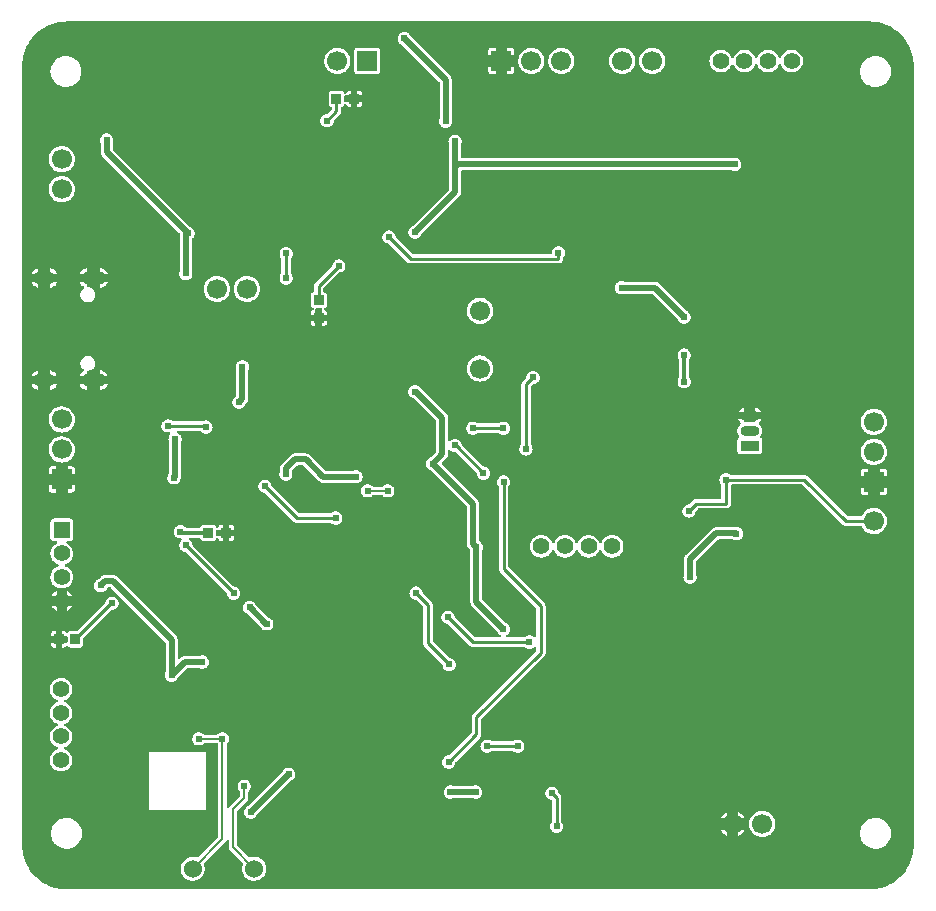
<source format=gbl>
G04 Layer: BottomLayer*
G04 EasyEDA v6.5.40, 2024-05-01 14:29:32*
G04 7703e67730494ffebf129c6139567d94,10*
G04 Gerber Generator version 0.2*
G04 Scale: 100 percent, Rotated: No, Reflected: No *
G04 Dimensions in millimeters *
G04 leading zeros omitted , absolute positions ,4 integer and 5 decimal *
%FSLAX45Y45*%
%MOMM*%

%AMMACRO1*21,1,$1,$2,0,0,$3*%
%ADD10C,0.2794*%
%ADD11C,0.2790*%
%ADD12C,0.2032*%
%ADD13C,0.3000*%
%ADD14C,0.5000*%
%ADD15C,1.5240*%
%ADD16MACRO1,0.864X0.8065X-90.0000*%
%ADD17R,0.8640X0.8065*%
%ADD18MACRO1,0.864X0.8065X0.0000*%
%ADD19MACRO1,0.8X0.9X0.0000*%
%ADD20MACRO1,0.864X0.8065X90.0000*%
%ADD21C,1.7000*%
%ADD22O,1.7999964X1.1999976*%
%ADD23O,1.9999959999999999X1.1999976*%
%ADD24R,1.4000X1.4000*%
%ADD25C,1.4000*%
%ADD26O,1.5999968X0.8999982*%
%ADD27R,1.6000X0.9000*%
%ADD28R,1.7000X1.7000*%
%ADD29C,0.6100*%
%ADD30C,0.6200*%
%ADD31C,0.0138*%

%LPD*%
G36*
X350215Y-7274052D02*
G01*
X324104Y-7273137D01*
X298704Y-7270496D01*
X273558Y-7266178D01*
X248767Y-7260081D01*
X224383Y-7252360D01*
X200660Y-7242962D01*
X177596Y-7231938D01*
X155346Y-7219391D01*
X134010Y-7205370D01*
X113639Y-7189927D01*
X94437Y-7173112D01*
X76403Y-7155027D01*
X59639Y-7135774D01*
X44196Y-7115403D01*
X30226Y-7094067D01*
X17729Y-7071766D01*
X6756Y-7048703D01*
X-2590Y-7024928D01*
X-10312Y-7000595D01*
X-16306Y-6975754D01*
X-20624Y-6950557D01*
X-23215Y-6925157D01*
X-24079Y-6899402D01*
X-24079Y-300583D01*
X-23164Y-274116D01*
X-20523Y-248716D01*
X-16154Y-223570D01*
X-10109Y-198729D01*
X-2336Y-174396D01*
X7061Y-150672D01*
X18034Y-127609D01*
X30581Y-105359D01*
X44602Y-84023D01*
X60045Y-63652D01*
X76860Y-44450D01*
X94945Y-26365D01*
X114198Y-9601D01*
X134569Y5791D01*
X155956Y19812D01*
X178206Y32308D01*
X201269Y43230D01*
X225044Y52578D01*
X249428Y60299D01*
X274218Y66294D01*
X299415Y70612D01*
X324815Y73202D01*
X350570Y74066D01*
X7149388Y74066D01*
X7175855Y73152D01*
X7201255Y70510D01*
X7226452Y66192D01*
X7251242Y60096D01*
X7275575Y52374D01*
X7299350Y42976D01*
X7322362Y31953D01*
X7344664Y19405D01*
X7366000Y5384D01*
X7386320Y-10058D01*
X7405573Y-26873D01*
X7423607Y-44958D01*
X7440371Y-64211D01*
X7455763Y-84582D01*
X7469784Y-105918D01*
X7482281Y-128219D01*
X7493203Y-151282D01*
X7502550Y-175056D01*
X7510272Y-199390D01*
X7516317Y-224231D01*
X7520635Y-249428D01*
X7523225Y-274828D01*
X7524089Y-300583D01*
X7524089Y-6899402D01*
X7523175Y-6925868D01*
X7520533Y-6951268D01*
X7516164Y-6976414D01*
X7510068Y-7001256D01*
X7502347Y-7025589D01*
X7492949Y-7049312D01*
X7481976Y-7072375D01*
X7469428Y-7094626D01*
X7455408Y-7115962D01*
X7439914Y-7136333D01*
X7423150Y-7155535D01*
X7405065Y-7173620D01*
X7385761Y-7190384D01*
X7365441Y-7205776D01*
X7344054Y-7219797D01*
X7321753Y-7232294D01*
X7298690Y-7243216D01*
X7274915Y-7252563D01*
X7250582Y-7260285D01*
X7225741Y-7266279D01*
X7200595Y-7270597D01*
X7175195Y-7273188D01*
X7149541Y-7274052D01*
G37*

%LPC*%
G36*
X1416608Y-7202017D02*
G01*
X1430223Y-7201560D01*
X1443685Y-7199274D01*
X1456690Y-7195261D01*
X1469034Y-7189520D01*
X1480566Y-7182154D01*
X1490980Y-7173366D01*
X1500124Y-7163257D01*
X1507845Y-7152030D01*
X1513992Y-7139838D01*
X1518462Y-7126935D01*
X1521155Y-7113574D01*
X1522069Y-7100011D01*
X1521155Y-7086396D01*
X1518462Y-7073036D01*
X1515262Y-7063841D01*
X1514703Y-7060082D01*
X1515567Y-7056424D01*
X1517700Y-7053325D01*
X1695145Y-6875830D01*
X1700225Y-6869582D01*
X1703628Y-6862876D01*
X1705813Y-6858050D01*
X1709013Y-6855409D01*
X1712975Y-6854240D01*
X1717090Y-6854799D01*
X1720646Y-6856933D01*
X1723034Y-6860286D01*
X1723898Y-6864350D01*
X1723898Y-6919468D01*
X1724761Y-6927443D01*
X1727047Y-6934606D01*
X1730908Y-6941261D01*
X1734769Y-6945782D01*
X1842262Y-7053275D01*
X1844497Y-7056628D01*
X1845259Y-7060539D01*
X1844446Y-7064451D01*
X1843582Y-7066483D01*
X1839975Y-7079640D01*
X1838147Y-7093153D01*
X1838147Y-7106818D01*
X1839975Y-7120331D01*
X1843582Y-7133488D01*
X1848866Y-7146036D01*
X1855825Y-7157770D01*
X1864309Y-7168438D01*
X1874062Y-7177938D01*
X1885086Y-7186015D01*
X1897024Y-7192568D01*
X1909775Y-7197496D01*
X1923034Y-7200646D01*
X1936597Y-7202017D01*
X1950212Y-7201560D01*
X1963674Y-7199274D01*
X1976678Y-7195261D01*
X1989074Y-7189520D01*
X2000554Y-7182154D01*
X2010968Y-7173366D01*
X2020112Y-7163257D01*
X2027834Y-7152030D01*
X2033981Y-7139838D01*
X2038451Y-7126935D01*
X2041194Y-7113574D01*
X2042058Y-7100011D01*
X2041194Y-7086396D01*
X2038451Y-7073036D01*
X2033981Y-7060133D01*
X2027834Y-7047941D01*
X2020112Y-7036714D01*
X2010968Y-7026605D01*
X2000554Y-7017816D01*
X1989074Y-7010450D01*
X1976678Y-7004710D01*
X1963674Y-7000697D01*
X1950212Y-6998411D01*
X1936597Y-6997953D01*
X1923034Y-6999325D01*
X1909775Y-7002475D01*
X1904187Y-7004608D01*
X1900326Y-7005320D01*
X1896567Y-7004507D01*
X1893316Y-7002322D01*
X1799031Y-6907987D01*
X1796796Y-6904736D01*
X1796034Y-6900824D01*
X1796034Y-6614261D01*
X1796796Y-6610350D01*
X1799031Y-6607098D01*
X1880107Y-6525971D01*
X1885188Y-6519722D01*
X1888591Y-6513017D01*
X1890572Y-6505600D01*
X1891030Y-6499707D01*
X1891030Y-6447586D01*
X1891792Y-6443675D01*
X1894027Y-6440373D01*
X1898192Y-6436207D01*
X1903780Y-6428181D01*
X1907946Y-6419291D01*
X1910486Y-6409791D01*
X1911350Y-6399987D01*
X1910486Y-6390182D01*
X1907946Y-6380683D01*
X1903780Y-6371793D01*
X1898192Y-6363766D01*
X1891233Y-6356807D01*
X1883156Y-6351168D01*
X1874266Y-6347002D01*
X1864766Y-6344462D01*
X1855012Y-6343599D01*
X1845208Y-6344462D01*
X1835708Y-6347002D01*
X1826818Y-6351168D01*
X1818741Y-6356807D01*
X1811782Y-6363766D01*
X1806193Y-6371793D01*
X1802028Y-6380683D01*
X1799488Y-6390182D01*
X1798624Y-6399987D01*
X1799488Y-6409791D01*
X1802028Y-6419291D01*
X1806193Y-6428181D01*
X1811782Y-6436207D01*
X1815896Y-6440322D01*
X1818132Y-6443624D01*
X1818893Y-6447536D01*
X1818893Y-6480962D01*
X1818132Y-6484874D01*
X1815896Y-6488125D01*
X1734820Y-6569252D01*
X1729739Y-6575501D01*
X1726336Y-6582206D01*
X1724152Y-6587032D01*
X1720951Y-6589674D01*
X1716989Y-6590842D01*
X1712874Y-6590284D01*
X1709318Y-6588150D01*
X1706930Y-6584797D01*
X1706067Y-6580733D01*
X1706067Y-6047536D01*
X1706829Y-6043676D01*
X1709064Y-6040374D01*
X1713179Y-6036208D01*
X1718818Y-6028182D01*
X1722983Y-6019292D01*
X1725523Y-6009792D01*
X1726387Y-5999988D01*
X1725523Y-5990183D01*
X1722983Y-5980684D01*
X1718818Y-5971794D01*
X1713179Y-5963767D01*
X1706219Y-5956808D01*
X1698193Y-5951169D01*
X1689303Y-5947003D01*
X1679803Y-5944463D01*
X1669999Y-5943600D01*
X1660194Y-5944463D01*
X1650695Y-5947003D01*
X1641805Y-5951169D01*
X1633778Y-5956808D01*
X1629613Y-5960922D01*
X1626311Y-5963158D01*
X1622450Y-5963920D01*
X1517548Y-5963920D01*
X1513687Y-5963158D01*
X1510385Y-5960922D01*
X1506220Y-5956808D01*
X1498193Y-5951169D01*
X1489303Y-5947003D01*
X1479804Y-5944463D01*
X1469999Y-5943600D01*
X1460195Y-5944463D01*
X1450695Y-5947003D01*
X1441805Y-5951169D01*
X1433779Y-5956808D01*
X1426819Y-5963767D01*
X1421180Y-5971794D01*
X1417015Y-5980684D01*
X1414475Y-5990183D01*
X1413611Y-5999988D01*
X1414475Y-6009792D01*
X1417015Y-6019292D01*
X1421180Y-6028182D01*
X1426819Y-6036208D01*
X1433779Y-6043168D01*
X1441805Y-6048806D01*
X1450695Y-6052972D01*
X1460195Y-6055512D01*
X1469999Y-6056376D01*
X1479804Y-6055512D01*
X1489303Y-6052972D01*
X1498193Y-6048806D01*
X1506220Y-6043168D01*
X1510385Y-6039053D01*
X1513687Y-6036818D01*
X1517548Y-6036056D01*
X1622450Y-6036056D01*
X1626311Y-6036818D01*
X1629613Y-6039053D01*
X1630933Y-6040374D01*
X1633169Y-6043676D01*
X1633931Y-6047536D01*
X1633931Y-6830822D01*
X1633169Y-6834733D01*
X1630933Y-6837984D01*
X1466799Y-7002170D01*
X1463802Y-7004253D01*
X1460246Y-7005116D01*
X1456588Y-7004710D01*
X1443685Y-7000697D01*
X1430223Y-6998411D01*
X1416608Y-6997953D01*
X1402994Y-6999325D01*
X1389735Y-7002475D01*
X1377035Y-7007402D01*
X1365046Y-7013956D01*
X1354074Y-7022033D01*
X1344269Y-7031532D01*
X1335836Y-7042200D01*
X1328877Y-7053935D01*
X1323543Y-7066483D01*
X1319936Y-7079640D01*
X1318158Y-7093153D01*
X1318158Y-7106818D01*
X1319936Y-7120331D01*
X1323543Y-7133488D01*
X1328877Y-7146036D01*
X1335836Y-7157770D01*
X1344269Y-7168438D01*
X1354074Y-7177938D01*
X1365046Y-7186015D01*
X1377035Y-7192568D01*
X1389735Y-7197496D01*
X1402994Y-7200646D01*
G37*
G36*
X353872Y-6930796D02*
G01*
X369316Y-6929424D01*
X384505Y-6926224D01*
X399186Y-6921296D01*
X413207Y-6914591D01*
X426313Y-6906310D01*
X438353Y-6896557D01*
X449173Y-6885431D01*
X458571Y-6873087D01*
X466445Y-6859778D01*
X472693Y-6845553D01*
X477266Y-6830720D01*
X480009Y-6815480D01*
X480923Y-6799986D01*
X480009Y-6784492D01*
X477266Y-6769252D01*
X472693Y-6754418D01*
X466445Y-6740194D01*
X458571Y-6726885D01*
X449173Y-6714540D01*
X438353Y-6703415D01*
X426313Y-6693662D01*
X413207Y-6685381D01*
X399186Y-6678675D01*
X384505Y-6673748D01*
X369316Y-6670548D01*
X353872Y-6669176D01*
X338378Y-6669633D01*
X323037Y-6671919D01*
X308102Y-6675983D01*
X293725Y-6681825D01*
X280162Y-6689293D01*
X267563Y-6698335D01*
X256082Y-6708800D01*
X245973Y-6720586D01*
X237286Y-6733438D01*
X230225Y-6747205D01*
X224840Y-6761734D01*
X221183Y-6776821D01*
X219354Y-6792214D01*
X219354Y-6807758D01*
X221183Y-6823151D01*
X224840Y-6838238D01*
X230225Y-6852767D01*
X237286Y-6866534D01*
X245973Y-6879386D01*
X256082Y-6891172D01*
X267563Y-6901637D01*
X280162Y-6910679D01*
X293725Y-6918147D01*
X308102Y-6923989D01*
X323037Y-6928053D01*
X338378Y-6930339D01*
G37*
G36*
X7203846Y-6930796D02*
G01*
X7219289Y-6929424D01*
X7234478Y-6926224D01*
X7249159Y-6921296D01*
X7263180Y-6914591D01*
X7276287Y-6906310D01*
X7288326Y-6896557D01*
X7299147Y-6885431D01*
X7308545Y-6873087D01*
X7316419Y-6859778D01*
X7322667Y-6845553D01*
X7327239Y-6830720D01*
X7329982Y-6815480D01*
X7330897Y-6799986D01*
X7329982Y-6784492D01*
X7327239Y-6769252D01*
X7322667Y-6754418D01*
X7316419Y-6740194D01*
X7308545Y-6726885D01*
X7299147Y-6714540D01*
X7288326Y-6703415D01*
X7276287Y-6693662D01*
X7263180Y-6685381D01*
X7249159Y-6678675D01*
X7234478Y-6673748D01*
X7219289Y-6670548D01*
X7203846Y-6669176D01*
X7188352Y-6669633D01*
X7173010Y-6671919D01*
X7158075Y-6675983D01*
X7143699Y-6681825D01*
X7130135Y-6689293D01*
X7117537Y-6698335D01*
X7106056Y-6708800D01*
X7095947Y-6720586D01*
X7087260Y-6733438D01*
X7080199Y-6747205D01*
X7074814Y-6761734D01*
X7071156Y-6776821D01*
X7069328Y-6792214D01*
X7069328Y-6807758D01*
X7071156Y-6823151D01*
X7074814Y-6838238D01*
X7080199Y-6852767D01*
X7087260Y-6866534D01*
X7095947Y-6879386D01*
X7106056Y-6891172D01*
X7117537Y-6901637D01*
X7130135Y-6910679D01*
X7143699Y-6918147D01*
X7158075Y-6923989D01*
X7173010Y-6928053D01*
X7188352Y-6930339D01*
G37*
G36*
X6236411Y-6830923D02*
G01*
X6250584Y-6830466D01*
X6264656Y-6828180D01*
X6278270Y-6824167D01*
X6291224Y-6818375D01*
X6303416Y-6811009D01*
X6314490Y-6802170D01*
X6324396Y-6791959D01*
X6332880Y-6780580D01*
X6339840Y-6768185D01*
X6345174Y-6755028D01*
X6348780Y-6741261D01*
X6350609Y-6727190D01*
X6350609Y-6712966D01*
X6348780Y-6698894D01*
X6345174Y-6685127D01*
X6339840Y-6671970D01*
X6332880Y-6659575D01*
X6324396Y-6648196D01*
X6314490Y-6637985D01*
X6303416Y-6629146D01*
X6291224Y-6621780D01*
X6278270Y-6616039D01*
X6264656Y-6611975D01*
X6250584Y-6609689D01*
X6236411Y-6609232D01*
X6222238Y-6610603D01*
X6208420Y-6613753D01*
X6195060Y-6618681D01*
X6182461Y-6625234D01*
X6170828Y-6633362D01*
X6160312Y-6642912D01*
X6151067Y-6653733D01*
X6143345Y-6665671D01*
X6137198Y-6678472D01*
X6132677Y-6691934D01*
X6129985Y-6705904D01*
X6129070Y-6720078D01*
X6129985Y-6734251D01*
X6132677Y-6748221D01*
X6137198Y-6761683D01*
X6143345Y-6774484D01*
X6151067Y-6786422D01*
X6160312Y-6797243D01*
X6170828Y-6806793D01*
X6182461Y-6814921D01*
X6195060Y-6821474D01*
X6208420Y-6826402D01*
X6222238Y-6829552D01*
G37*
G36*
X6038799Y-6819493D02*
G01*
X6041237Y-6818375D01*
X6053378Y-6811009D01*
X6064504Y-6802170D01*
X6074410Y-6791959D01*
X6082893Y-6780580D01*
X6089446Y-6768947D01*
X6038799Y-6768947D01*
G37*
G36*
X5941110Y-6819392D02*
G01*
X5941110Y-6768947D01*
X5890666Y-6768947D01*
X5893358Y-6774484D01*
X5901080Y-6786422D01*
X5910275Y-6797243D01*
X5920841Y-6806793D01*
X5932474Y-6814921D01*
G37*
G36*
X4500016Y-6796379D02*
G01*
X4509770Y-6795516D01*
X4519269Y-6792975D01*
X4528159Y-6788810D01*
X4536236Y-6783171D01*
X4543196Y-6776212D01*
X4548784Y-6768185D01*
X4552950Y-6759295D01*
X4555490Y-6749796D01*
X4556353Y-6739991D01*
X4555490Y-6730187D01*
X4552950Y-6720687D01*
X4548784Y-6711797D01*
X4540656Y-6700113D01*
X4539894Y-6696252D01*
X4539894Y-6500469D01*
X4539030Y-6492240D01*
X4536795Y-6484721D01*
X4533087Y-6477863D01*
X4527854Y-6471412D01*
X4518964Y-6462572D01*
X4516932Y-6459677D01*
X4516018Y-6456273D01*
X4515510Y-6450177D01*
X4512970Y-6440678D01*
X4508804Y-6431788D01*
X4503166Y-6423761D01*
X4496206Y-6416802D01*
X4488180Y-6411163D01*
X4479290Y-6406997D01*
X4469790Y-6404457D01*
X4459986Y-6403594D01*
X4450181Y-6404457D01*
X4440682Y-6406997D01*
X4431792Y-6411163D01*
X4423765Y-6416802D01*
X4416806Y-6423761D01*
X4411167Y-6431788D01*
X4407001Y-6440678D01*
X4404461Y-6450177D01*
X4403598Y-6459982D01*
X4404461Y-6469786D01*
X4407001Y-6479286D01*
X4411167Y-6488176D01*
X4416806Y-6496202D01*
X4423765Y-6503162D01*
X4431792Y-6508800D01*
X4440682Y-6512966D01*
X4454448Y-6516573D01*
X4457446Y-6518808D01*
X4459427Y-6522008D01*
X4460138Y-6525666D01*
X4460138Y-6696252D01*
X4459325Y-6700113D01*
X4451197Y-6711797D01*
X4447032Y-6720687D01*
X4444492Y-6730187D01*
X4443628Y-6739991D01*
X4444492Y-6749796D01*
X4447032Y-6759295D01*
X4451197Y-6768185D01*
X4456785Y-6776212D01*
X4463745Y-6783171D01*
X4471822Y-6788810D01*
X4480712Y-6792975D01*
X4490212Y-6795516D01*
G37*
G36*
X1910029Y-6676339D02*
G01*
X1919782Y-6675475D01*
X1929282Y-6672935D01*
X1938172Y-6668770D01*
X1946249Y-6663181D01*
X1953209Y-6656222D01*
X1958797Y-6648145D01*
X1962454Y-6640423D01*
X1964436Y-6637528D01*
X2247544Y-6354419D01*
X2250440Y-6352438D01*
X2258161Y-6348780D01*
X2266238Y-6343192D01*
X2273198Y-6336233D01*
X2278786Y-6328156D01*
X2282952Y-6319266D01*
X2285492Y-6309766D01*
X2286355Y-6300012D01*
X2285492Y-6290208D01*
X2282952Y-6280708D01*
X2278786Y-6271818D01*
X2273198Y-6263741D01*
X2266238Y-6256782D01*
X2258161Y-6251194D01*
X2249271Y-6247028D01*
X2239772Y-6244488D01*
X2230018Y-6243624D01*
X2220214Y-6244488D01*
X2210714Y-6247028D01*
X2201824Y-6251194D01*
X2193747Y-6256782D01*
X2186787Y-6263741D01*
X2181199Y-6271818D01*
X2177542Y-6279591D01*
X2175510Y-6282436D01*
X1892452Y-6565493D01*
X1889607Y-6567525D01*
X1881835Y-6571183D01*
X1873757Y-6576771D01*
X1866798Y-6583730D01*
X1861210Y-6591808D01*
X1857044Y-6600698D01*
X1854504Y-6610197D01*
X1853641Y-6620002D01*
X1854504Y-6629755D01*
X1857044Y-6639255D01*
X1861210Y-6648145D01*
X1866798Y-6656222D01*
X1873757Y-6663181D01*
X1881835Y-6668770D01*
X1890725Y-6672935D01*
X1900224Y-6675475D01*
G37*
G36*
X5890666Y-6671208D02*
G01*
X5941110Y-6671208D01*
X5941110Y-6620764D01*
X5932474Y-6625234D01*
X5920841Y-6633362D01*
X5910275Y-6642912D01*
X5901080Y-6653733D01*
X5893358Y-6665671D01*
G37*
G36*
X6038799Y-6671208D02*
G01*
X6089446Y-6671208D01*
X6082893Y-6659575D01*
X6074410Y-6648196D01*
X6064504Y-6637985D01*
X6053378Y-6629146D01*
X6041237Y-6621780D01*
X6038799Y-6620662D01*
G37*
G36*
X1051001Y-6599986D02*
G01*
X1528978Y-6599986D01*
X1529994Y-6598970D01*
X1529994Y-6110986D01*
X1528978Y-6109970D01*
X1051001Y-6109970D01*
X1049985Y-6110986D01*
X1049985Y-6598970D01*
X1050188Y-6599834D01*
G37*
G36*
X3599992Y-6506362D02*
G01*
X3609797Y-6505498D01*
X3619296Y-6502958D01*
X3621633Y-6501841D01*
X3625951Y-6500926D01*
X3789070Y-6500926D01*
X3793337Y-6501841D01*
X3795725Y-6502958D01*
X3805224Y-6505498D01*
X3815029Y-6506362D01*
X3824782Y-6505498D01*
X3834282Y-6502958D01*
X3843172Y-6498793D01*
X3851249Y-6493205D01*
X3858209Y-6486245D01*
X3863797Y-6478168D01*
X3867962Y-6469278D01*
X3870502Y-6459778D01*
X3871366Y-6450025D01*
X3870502Y-6440220D01*
X3867962Y-6430721D01*
X3863797Y-6421831D01*
X3858209Y-6413754D01*
X3851249Y-6406794D01*
X3843172Y-6401206D01*
X3834282Y-6397040D01*
X3824782Y-6394500D01*
X3815029Y-6393637D01*
X3805224Y-6394500D01*
X3795725Y-6397040D01*
X3793337Y-6398158D01*
X3789070Y-6399072D01*
X3625951Y-6399072D01*
X3621633Y-6398158D01*
X3619296Y-6397040D01*
X3609797Y-6394500D01*
X3599992Y-6393637D01*
X3590188Y-6394500D01*
X3580688Y-6397040D01*
X3571798Y-6401206D01*
X3563772Y-6406794D01*
X3556812Y-6413754D01*
X3551174Y-6421831D01*
X3547008Y-6430721D01*
X3544468Y-6440220D01*
X3543604Y-6450025D01*
X3544468Y-6459778D01*
X3547008Y-6469278D01*
X3551174Y-6478168D01*
X3556812Y-6486245D01*
X3563772Y-6493205D01*
X3571798Y-6498793D01*
X3580688Y-6502958D01*
X3590188Y-6505498D01*
G37*
G36*
X305003Y-6275882D02*
G01*
X318058Y-6274968D01*
X330860Y-6272326D01*
X343204Y-6267907D01*
X354787Y-6261912D01*
X365506Y-6254343D01*
X375056Y-6245453D01*
X383336Y-6235293D01*
X390144Y-6224117D01*
X395325Y-6212078D01*
X398881Y-6199479D01*
X400659Y-6186525D01*
X400659Y-6173419D01*
X398881Y-6160465D01*
X395325Y-6147866D01*
X390144Y-6135878D01*
X383336Y-6124702D01*
X375056Y-6114542D01*
X365506Y-6105601D01*
X354787Y-6098082D01*
X343204Y-6092037D01*
X336194Y-6089548D01*
X332689Y-6087414D01*
X330301Y-6084011D01*
X329438Y-6079998D01*
X330301Y-6075934D01*
X332689Y-6072581D01*
X336194Y-6070396D01*
X343204Y-6067907D01*
X354787Y-6061913D01*
X365506Y-6054344D01*
X375056Y-6045454D01*
X383336Y-6035294D01*
X390144Y-6024118D01*
X395325Y-6012078D01*
X398881Y-5999480D01*
X400659Y-5986526D01*
X400659Y-5973419D01*
X398881Y-5960465D01*
X395325Y-5947867D01*
X390144Y-5935878D01*
X383336Y-5924702D01*
X375056Y-5914542D01*
X365506Y-5905601D01*
X354787Y-5898083D01*
X343204Y-5892038D01*
X336194Y-5889548D01*
X332689Y-5887415D01*
X330301Y-5884011D01*
X329438Y-5879998D01*
X330301Y-5875934D01*
X332689Y-5872581D01*
X336194Y-5870397D01*
X343204Y-5867908D01*
X354787Y-5861913D01*
X365506Y-5854344D01*
X375056Y-5845454D01*
X383336Y-5835294D01*
X390144Y-5824118D01*
X395325Y-5812078D01*
X398881Y-5799480D01*
X400659Y-5786526D01*
X400659Y-5773420D01*
X398881Y-5760466D01*
X395325Y-5747867D01*
X390144Y-5735878D01*
X383336Y-5724702D01*
X375056Y-5714542D01*
X365506Y-5705602D01*
X354787Y-5698083D01*
X343204Y-5692038D01*
X336245Y-5689549D01*
X332689Y-5687415D01*
X330301Y-5684062D01*
X329488Y-5679998D01*
X330301Y-5675934D01*
X332689Y-5672582D01*
X336245Y-5670397D01*
X343204Y-5667959D01*
X354838Y-5661914D01*
X365506Y-5654395D01*
X375056Y-5645454D01*
X383336Y-5635294D01*
X390144Y-5624118D01*
X395376Y-5612130D01*
X398881Y-5599531D01*
X400659Y-5586526D01*
X400659Y-5573471D01*
X398881Y-5560466D01*
X395376Y-5547868D01*
X390144Y-5535879D01*
X383336Y-5524703D01*
X375056Y-5514543D01*
X365506Y-5505602D01*
X354838Y-5498084D01*
X343204Y-5492038D01*
X330860Y-5487670D01*
X318058Y-5485028D01*
X305003Y-5484114D01*
X291947Y-5485028D01*
X279146Y-5487670D01*
X266801Y-5492038D01*
X255168Y-5498084D01*
X244500Y-5505602D01*
X234950Y-5514543D01*
X226669Y-5524703D01*
X219862Y-5535879D01*
X214680Y-5547868D01*
X211124Y-5560466D01*
X209346Y-5573471D01*
X209346Y-5586526D01*
X211124Y-5599531D01*
X214680Y-5612130D01*
X219862Y-5624118D01*
X226669Y-5635294D01*
X234950Y-5645454D01*
X244500Y-5654395D01*
X255168Y-5661914D01*
X266801Y-5667959D01*
X273761Y-5670397D01*
X277266Y-5672582D01*
X279654Y-5675934D01*
X280517Y-5679998D01*
X279654Y-5684012D01*
X277266Y-5687415D01*
X273761Y-5689549D01*
X266801Y-5692038D01*
X255168Y-5698083D01*
X244449Y-5705602D01*
X234899Y-5714542D01*
X226669Y-5724702D01*
X219862Y-5735878D01*
X214629Y-5747867D01*
X211124Y-5760466D01*
X209346Y-5773420D01*
X209346Y-5786526D01*
X211124Y-5799480D01*
X214629Y-5812078D01*
X219862Y-5824118D01*
X226669Y-5835294D01*
X234899Y-5845454D01*
X244449Y-5854344D01*
X255168Y-5861913D01*
X266801Y-5867908D01*
X273761Y-5870397D01*
X277317Y-5872581D01*
X279704Y-5875934D01*
X280517Y-5879998D01*
X279704Y-5884011D01*
X277317Y-5887415D01*
X273761Y-5889548D01*
X266801Y-5892038D01*
X255168Y-5898083D01*
X244449Y-5905601D01*
X234899Y-5914542D01*
X226669Y-5924702D01*
X219862Y-5935878D01*
X214629Y-5947867D01*
X211124Y-5960465D01*
X209346Y-5973419D01*
X209346Y-5986526D01*
X211124Y-5999480D01*
X214629Y-6012078D01*
X219862Y-6024118D01*
X226669Y-6035294D01*
X234899Y-6045454D01*
X244449Y-6054344D01*
X255168Y-6061913D01*
X266801Y-6067907D01*
X273761Y-6070396D01*
X277317Y-6072581D01*
X279704Y-6075934D01*
X280517Y-6079998D01*
X279704Y-6084011D01*
X277317Y-6087414D01*
X273761Y-6089548D01*
X266801Y-6092037D01*
X255168Y-6098082D01*
X244449Y-6105601D01*
X234899Y-6114542D01*
X226669Y-6124702D01*
X219862Y-6135878D01*
X214629Y-6147866D01*
X211124Y-6160465D01*
X209346Y-6173419D01*
X209346Y-6186525D01*
X211124Y-6199479D01*
X214629Y-6212078D01*
X219862Y-6224117D01*
X226669Y-6235293D01*
X234899Y-6245453D01*
X244449Y-6254343D01*
X255168Y-6261912D01*
X266801Y-6267907D01*
X279095Y-6272326D01*
X291947Y-6274968D01*
G37*
G36*
X3585870Y-6252921D02*
G01*
X3595674Y-6252057D01*
X3605174Y-6249517D01*
X3614064Y-6245352D01*
X3622141Y-6239764D01*
X3629101Y-6232804D01*
X3634689Y-6224727D01*
X3638854Y-6215837D01*
X3641394Y-6206337D01*
X3641953Y-6200292D01*
X3642868Y-6196888D01*
X3644900Y-6193993D01*
X3848811Y-5990031D01*
X3854094Y-5983630D01*
X3857751Y-5976721D01*
X3860037Y-5969254D01*
X3860850Y-5961024D01*
X3860850Y-5837174D01*
X3861612Y-5833313D01*
X3863797Y-5830011D01*
X4393946Y-5299862D01*
X4399229Y-5293461D01*
X4402886Y-5286552D01*
X4405172Y-5279085D01*
X4405985Y-5270804D01*
X4405985Y-4876749D01*
X4405172Y-4868468D01*
X4402886Y-4861001D01*
X4399229Y-4854092D01*
X4393946Y-4847691D01*
X4093870Y-4547616D01*
X4091686Y-4544314D01*
X4090924Y-4540402D01*
X4090924Y-3869740D01*
X4091686Y-3865829D01*
X4099814Y-3854145D01*
X4103979Y-3845255D01*
X4106519Y-3835755D01*
X4107383Y-3826001D01*
X4106519Y-3816197D01*
X4103979Y-3806698D01*
X4099814Y-3797808D01*
X4094226Y-3789730D01*
X4087266Y-3782771D01*
X4079189Y-3777183D01*
X4070299Y-3773017D01*
X4060799Y-3770477D01*
X4050995Y-3769614D01*
X4041241Y-3770477D01*
X4031742Y-3773017D01*
X4022851Y-3777183D01*
X4014774Y-3782771D01*
X4007815Y-3789730D01*
X4002227Y-3797808D01*
X3998061Y-3806698D01*
X3995521Y-3816197D01*
X3994658Y-3826001D01*
X3995521Y-3835755D01*
X3998061Y-3845255D01*
X4002227Y-3854145D01*
X4010355Y-3865829D01*
X4011168Y-3869740D01*
X4011168Y-4560671D01*
X4011980Y-4568901D01*
X4014215Y-4576368D01*
X4017924Y-4583277D01*
X4023156Y-4589678D01*
X4323232Y-4889754D01*
X4325467Y-4893056D01*
X4326229Y-4896967D01*
X4326229Y-5132273D01*
X4325467Y-5136184D01*
X4323232Y-5139486D01*
X4319930Y-5141671D01*
X4316069Y-5142433D01*
X4312158Y-5141671D01*
X4308856Y-5139486D01*
X4306214Y-5136794D01*
X4298188Y-5131206D01*
X4289298Y-5127040D01*
X4279798Y-5124500D01*
X4269994Y-5123637D01*
X4260189Y-5124500D01*
X4250690Y-5127040D01*
X4241800Y-5131206D01*
X4230166Y-5139334D01*
X4226255Y-5140096D01*
X4078325Y-5140096D01*
X4074515Y-5139385D01*
X4071264Y-5137200D01*
X4069029Y-5134000D01*
X4068165Y-5130190D01*
X4068826Y-5126380D01*
X4070908Y-5123027D01*
X4074058Y-5120741D01*
X4078173Y-5118811D01*
X4086250Y-5113172D01*
X4093210Y-5106212D01*
X4098798Y-5098186D01*
X4102963Y-5089296D01*
X4105503Y-5079796D01*
X4106367Y-5069992D01*
X4105503Y-5060188D01*
X4102963Y-5050688D01*
X4098798Y-5041798D01*
X4093210Y-5033772D01*
X4086250Y-5026812D01*
X4078173Y-5021173D01*
X4070400Y-5017566D01*
X4067505Y-5015534D01*
X3873855Y-4821885D01*
X3871671Y-4818583D01*
X3870909Y-4814671D01*
X3870909Y-4405934D01*
X3871874Y-4401616D01*
X3872941Y-4399280D01*
X3875481Y-4389780D01*
X3876344Y-4380026D01*
X3875481Y-4370222D01*
X3872941Y-4360722D01*
X3868775Y-4351832D01*
X3863187Y-4343755D01*
X3856228Y-4336796D01*
X3843680Y-4328312D01*
X3841597Y-4325061D01*
X3840886Y-4321302D01*
X3840886Y-4010202D01*
X3840683Y-4005579D01*
X3840124Y-4001160D01*
X3839159Y-3996842D01*
X3837838Y-3992575D01*
X3836111Y-3988460D01*
X3834079Y-3984548D01*
X3831691Y-3980789D01*
X3828999Y-3977284D01*
X3825849Y-3973829D01*
X3529177Y-3677158D01*
X3526993Y-3673906D01*
X3526180Y-3669995D01*
X3526993Y-3666083D01*
X3529177Y-3662832D01*
X3565855Y-3626154D01*
X3569004Y-3622700D01*
X3571697Y-3619195D01*
X3574084Y-3615436D01*
X3576116Y-3611524D01*
X3577844Y-3607409D01*
X3579164Y-3603193D01*
X3580129Y-3598824D01*
X3580688Y-3594455D01*
X3580892Y-3589782D01*
X3580892Y-3559810D01*
X3581654Y-3555949D01*
X3583889Y-3552647D01*
X3587191Y-3550462D01*
X3591051Y-3549650D01*
X3594963Y-3550462D01*
X3598265Y-3552647D01*
X3604666Y-3559098D01*
X3612743Y-3564686D01*
X3621633Y-3568852D01*
X3631133Y-3571392D01*
X3640937Y-3572256D01*
X3645204Y-3572865D01*
X3648862Y-3575202D01*
X3821023Y-3747363D01*
X3823055Y-3750259D01*
X3823970Y-3753662D01*
X3824478Y-3759809D01*
X3827018Y-3769309D01*
X3831183Y-3778199D01*
X3836822Y-3786225D01*
X3843782Y-3793185D01*
X3851808Y-3798824D01*
X3860698Y-3802989D01*
X3870198Y-3805529D01*
X3880002Y-3806393D01*
X3889806Y-3805529D01*
X3899306Y-3802989D01*
X3908196Y-3798824D01*
X3916222Y-3793185D01*
X3923182Y-3786225D01*
X3928821Y-3778199D01*
X3932986Y-3769309D01*
X3935526Y-3759809D01*
X3936390Y-3750005D01*
X3935526Y-3740200D01*
X3932986Y-3730701D01*
X3928821Y-3721811D01*
X3923182Y-3713784D01*
X3916222Y-3706825D01*
X3908196Y-3701186D01*
X3899306Y-3697020D01*
X3889806Y-3694480D01*
X3883660Y-3693972D01*
X3880256Y-3693058D01*
X3877360Y-3691026D01*
X3699408Y-3513074D01*
X3697376Y-3510178D01*
X3693871Y-3496614D01*
X3689705Y-3487724D01*
X3684117Y-3479647D01*
X3677158Y-3472687D01*
X3669080Y-3467100D01*
X3660190Y-3462934D01*
X3650691Y-3460394D01*
X3640937Y-3459530D01*
X3631133Y-3460394D01*
X3621633Y-3462934D01*
X3612743Y-3467100D01*
X3604666Y-3472687D01*
X3598265Y-3479139D01*
X3594963Y-3481324D01*
X3591051Y-3482136D01*
X3587191Y-3481324D01*
X3583889Y-3479139D01*
X3581654Y-3475837D01*
X3580892Y-3471976D01*
X3580892Y-3280206D01*
X3580688Y-3275533D01*
X3580129Y-3271164D01*
X3579164Y-3266795D01*
X3577844Y-3262579D01*
X3576116Y-3258464D01*
X3574084Y-3254552D01*
X3571697Y-3250793D01*
X3569004Y-3247288D01*
X3565855Y-3243834D01*
X3346145Y-3024124D01*
X3342690Y-3020974D01*
X3339287Y-3018383D01*
X3333394Y-3014827D01*
X3328162Y-3011170D01*
X3319272Y-3007004D01*
X3309772Y-3004464D01*
X3300018Y-3003600D01*
X3290214Y-3004464D01*
X3280714Y-3007004D01*
X3271824Y-3011170D01*
X3263747Y-3016808D01*
X3256788Y-3023768D01*
X3251200Y-3031794D01*
X3247034Y-3040684D01*
X3244494Y-3050184D01*
X3243630Y-3059988D01*
X3244494Y-3069793D01*
X3247034Y-3079292D01*
X3251200Y-3088182D01*
X3256788Y-3096209D01*
X3263747Y-3103168D01*
X3271824Y-3108807D01*
X3280714Y-3112973D01*
X3293567Y-3116427D01*
X3296462Y-3118408D01*
X3476091Y-3298088D01*
X3478326Y-3301390D01*
X3479088Y-3305301D01*
X3479088Y-3564686D01*
X3478326Y-3568598D01*
X3476091Y-3571900D01*
X3432454Y-3615537D01*
X3429558Y-3617569D01*
X3421837Y-3621176D01*
X3413760Y-3626815D01*
X3406800Y-3633774D01*
X3401212Y-3641801D01*
X3397046Y-3650691D01*
X3394506Y-3660190D01*
X3393643Y-3669995D01*
X3394506Y-3679799D01*
X3397046Y-3689299D01*
X3401212Y-3698189D01*
X3406800Y-3706215D01*
X3413760Y-3713175D01*
X3421837Y-3718814D01*
X3429558Y-3722420D01*
X3432454Y-3724452D01*
X3736086Y-4028084D01*
X3738321Y-4031386D01*
X3739083Y-4035298D01*
X3739083Y-4349750D01*
X3739286Y-4354423D01*
X3739845Y-4358843D01*
X3740810Y-4363161D01*
X3742182Y-4367377D01*
X3743858Y-4371492D01*
X3745890Y-4375454D01*
X3748278Y-4379163D01*
X3751021Y-4382719D01*
X3754170Y-4386122D01*
X3765499Y-4397502D01*
X3768140Y-4401667D01*
X3769106Y-4405985D01*
X3769106Y-4839766D01*
X3769309Y-4844440D01*
X3769868Y-4848809D01*
X3770833Y-4853178D01*
X3772154Y-4857394D01*
X3773881Y-4861509D01*
X3775913Y-4865420D01*
X3778300Y-4869180D01*
X3780993Y-4872685D01*
X3784142Y-4876139D01*
X3995572Y-5087569D01*
X3997553Y-5090414D01*
X4001211Y-5098186D01*
X4006799Y-5106212D01*
X4013758Y-5113172D01*
X4021836Y-5118811D01*
X4025950Y-5120741D01*
X4029100Y-5123027D01*
X4031183Y-5126380D01*
X4031843Y-5130190D01*
X4030979Y-5134000D01*
X4028744Y-5137200D01*
X4025493Y-5139385D01*
X4021683Y-5140096D01*
X3810711Y-5140096D01*
X3806850Y-5139334D01*
X3803548Y-5137150D01*
X3639007Y-4972608D01*
X3636975Y-4969713D01*
X3636060Y-4966309D01*
X3635501Y-4960213D01*
X3632962Y-4950714D01*
X3628796Y-4941824D01*
X3623208Y-4933746D01*
X3616248Y-4926787D01*
X3608171Y-4921199D01*
X3599281Y-4917033D01*
X3589782Y-4914493D01*
X3579977Y-4913630D01*
X3570224Y-4914493D01*
X3560724Y-4917033D01*
X3551834Y-4921199D01*
X3543757Y-4926787D01*
X3536797Y-4933746D01*
X3531209Y-4941824D01*
X3527044Y-4950714D01*
X3524504Y-4960213D01*
X3523640Y-4970018D01*
X3524504Y-4979771D01*
X3527044Y-4989271D01*
X3531209Y-4998161D01*
X3536797Y-5006238D01*
X3543757Y-5013198D01*
X3551834Y-5018786D01*
X3560724Y-5022951D01*
X3570224Y-5025491D01*
X3576269Y-5026050D01*
X3579672Y-5026964D01*
X3582568Y-5028996D01*
X3761435Y-5207812D01*
X3767886Y-5213096D01*
X3774744Y-5216804D01*
X3782212Y-5219039D01*
X3790492Y-5219852D01*
X4226255Y-5219852D01*
X4230116Y-5220665D01*
X4241800Y-5228793D01*
X4250690Y-5232958D01*
X4260189Y-5235498D01*
X4269994Y-5236362D01*
X4279798Y-5235498D01*
X4289298Y-5232958D01*
X4298188Y-5228793D01*
X4306214Y-5223205D01*
X4308856Y-5220512D01*
X4312158Y-5218328D01*
X4316069Y-5217566D01*
X4319930Y-5218328D01*
X4323232Y-5220512D01*
X4325467Y-5223814D01*
X4326229Y-5227726D01*
X4326229Y-5250586D01*
X4325467Y-5254498D01*
X4323232Y-5257800D01*
X3793134Y-5787898D01*
X3787851Y-5794349D01*
X3784142Y-5801207D01*
X3781907Y-5808675D01*
X3781094Y-5816955D01*
X3781094Y-5940755D01*
X3780332Y-5944666D01*
X3778097Y-5947968D01*
X3588512Y-6137554D01*
X3585616Y-6139586D01*
X3582212Y-6140500D01*
X3576116Y-6141059D01*
X3566617Y-6143599D01*
X3557727Y-6147765D01*
X3549650Y-6153353D01*
X3542690Y-6160312D01*
X3537102Y-6168390D01*
X3532936Y-6177280D01*
X3530396Y-6186779D01*
X3529533Y-6196584D01*
X3530396Y-6206337D01*
X3532936Y-6215837D01*
X3537102Y-6224727D01*
X3542690Y-6232804D01*
X3549650Y-6239764D01*
X3557727Y-6245352D01*
X3566617Y-6249517D01*
X3576116Y-6252057D01*
G37*
G36*
X3910990Y-6117894D02*
G01*
X3920794Y-6117031D01*
X3930294Y-6114491D01*
X3939184Y-6110325D01*
X3950868Y-6102197D01*
X3954729Y-6101435D01*
X4127296Y-6101435D01*
X4131208Y-6102197D01*
X4142892Y-6110325D01*
X4151782Y-6114491D01*
X4161282Y-6117031D01*
X4171086Y-6117894D01*
X4180840Y-6117031D01*
X4190339Y-6114491D01*
X4199229Y-6110325D01*
X4207306Y-6104737D01*
X4214266Y-6097778D01*
X4219854Y-6089700D01*
X4224020Y-6080810D01*
X4226560Y-6071311D01*
X4227423Y-6061557D01*
X4226560Y-6051753D01*
X4224020Y-6042253D01*
X4219854Y-6033363D01*
X4214266Y-6025286D01*
X4207306Y-6018326D01*
X4199229Y-6012738D01*
X4190339Y-6008573D01*
X4180840Y-6006033D01*
X4171086Y-6005169D01*
X4161282Y-6006033D01*
X4151782Y-6008573D01*
X4142892Y-6012738D01*
X4131208Y-6020866D01*
X4127296Y-6021679D01*
X3954729Y-6021679D01*
X3950868Y-6020866D01*
X3939184Y-6012738D01*
X3930294Y-6008573D01*
X3920794Y-6006033D01*
X3910990Y-6005169D01*
X3901186Y-6006033D01*
X3891686Y-6008573D01*
X3882796Y-6012738D01*
X3874770Y-6018326D01*
X3867810Y-6025286D01*
X3862171Y-6033363D01*
X3858006Y-6042253D01*
X3855465Y-6051753D01*
X3854602Y-6061557D01*
X3855465Y-6071311D01*
X3858006Y-6080810D01*
X3862171Y-6089700D01*
X3867810Y-6097778D01*
X3874770Y-6104737D01*
X3882796Y-6110325D01*
X3891686Y-6114491D01*
X3901186Y-6117031D01*
G37*
G36*
X1240028Y-5516372D02*
G01*
X1249781Y-5515508D01*
X1259281Y-5512968D01*
X1268171Y-5508802D01*
X1276248Y-5503164D01*
X1283208Y-5496204D01*
X1288796Y-5488178D01*
X1292453Y-5480405D01*
X1294485Y-5477510D01*
X1368094Y-5403850D01*
X1371396Y-5401665D01*
X1375308Y-5400903D01*
X1474012Y-5400903D01*
X1478330Y-5401868D01*
X1480718Y-5402986D01*
X1490218Y-5405526D01*
X1500022Y-5406390D01*
X1509776Y-5405526D01*
X1519275Y-5402986D01*
X1528165Y-5398820D01*
X1536242Y-5393182D01*
X1543202Y-5386222D01*
X1548790Y-5378196D01*
X1552956Y-5369306D01*
X1555496Y-5359806D01*
X1556359Y-5350002D01*
X1555496Y-5340197D01*
X1552956Y-5330698D01*
X1548790Y-5321808D01*
X1543202Y-5313781D01*
X1536242Y-5306822D01*
X1528165Y-5301183D01*
X1519275Y-5297017D01*
X1509776Y-5294477D01*
X1500022Y-5293614D01*
X1490218Y-5294477D01*
X1480718Y-5297017D01*
X1478381Y-5298135D01*
X1474063Y-5299100D01*
X1350213Y-5299100D01*
X1345539Y-5299303D01*
X1341170Y-5299862D01*
X1336802Y-5300827D01*
X1332585Y-5302148D01*
X1328470Y-5303875D01*
X1324559Y-5305907D01*
X1320800Y-5308295D01*
X1317294Y-5310987D01*
X1313840Y-5314137D01*
X1308303Y-5319725D01*
X1305001Y-5321909D01*
X1301089Y-5322671D01*
X1297228Y-5321909D01*
X1293926Y-5319725D01*
X1291691Y-5316423D01*
X1290929Y-5312511D01*
X1290929Y-5161229D01*
X1290726Y-5156606D01*
X1290167Y-5152186D01*
X1289202Y-5147868D01*
X1287881Y-5143601D01*
X1286154Y-5139537D01*
X1284122Y-5135575D01*
X1281734Y-5131816D01*
X1279042Y-5128310D01*
X1275892Y-5124856D01*
X781405Y-4630369D01*
X777951Y-4627219D01*
X774446Y-4624527D01*
X770686Y-4622139D01*
X766724Y-4620107D01*
X762660Y-4618380D01*
X758393Y-4617059D01*
X754075Y-4616094D01*
X749655Y-4615535D01*
X745032Y-4615332D01*
X675335Y-4615332D01*
X670712Y-4615535D01*
X666292Y-4616094D01*
X661974Y-4617059D01*
X657707Y-4618380D01*
X653643Y-4620107D01*
X649681Y-4622139D01*
X645922Y-4624527D01*
X642416Y-4627219D01*
X638962Y-4630369D01*
X622655Y-4646726D01*
X619760Y-4648708D01*
X611987Y-4652365D01*
X603910Y-4658004D01*
X596950Y-4664964D01*
X591362Y-4672990D01*
X587197Y-4681880D01*
X584657Y-4691380D01*
X583793Y-4701184D01*
X584657Y-4710988D01*
X587197Y-4720488D01*
X591362Y-4729378D01*
X596950Y-4737404D01*
X603910Y-4744364D01*
X611987Y-4750003D01*
X620877Y-4754168D01*
X630377Y-4756708D01*
X640181Y-4757572D01*
X649935Y-4756708D01*
X659434Y-4754168D01*
X668324Y-4750003D01*
X676402Y-4744364D01*
X683361Y-4737404D01*
X688949Y-4729378D01*
X691946Y-4723028D01*
X694182Y-4719929D01*
X697382Y-4717846D01*
X701141Y-4717135D01*
X719937Y-4717135D01*
X723849Y-4717897D01*
X727100Y-4720132D01*
X1186129Y-5179161D01*
X1188364Y-5182412D01*
X1189126Y-5186324D01*
X1189126Y-5433974D01*
X1188161Y-5438292D01*
X1187043Y-5440680D01*
X1184503Y-5450179D01*
X1183640Y-5459984D01*
X1184503Y-5469788D01*
X1187043Y-5479288D01*
X1191209Y-5488178D01*
X1196797Y-5496204D01*
X1203756Y-5503164D01*
X1211834Y-5508802D01*
X1220724Y-5512968D01*
X1230223Y-5515508D01*
G37*
G36*
X3589985Y-5426354D02*
G01*
X3599789Y-5425490D01*
X3609289Y-5422950D01*
X3618179Y-5418785D01*
X3626205Y-5413197D01*
X3633165Y-5406237D01*
X3638804Y-5398160D01*
X3642969Y-5389270D01*
X3645509Y-5379770D01*
X3646373Y-5370017D01*
X3645509Y-5360212D01*
X3642969Y-5350713D01*
X3638804Y-5341823D01*
X3633165Y-5333746D01*
X3626205Y-5326786D01*
X3618179Y-5321198D01*
X3609289Y-5317032D01*
X3599789Y-5314492D01*
X3593693Y-5313934D01*
X3590290Y-5313019D01*
X3587394Y-5310987D01*
X3452825Y-5176469D01*
X3450640Y-5173167D01*
X3449878Y-5169255D01*
X3449878Y-4865471D01*
X3449065Y-4857242D01*
X3446779Y-4849723D01*
X3443122Y-4842865D01*
X3437839Y-4836414D01*
X3369005Y-4767580D01*
X3366973Y-4764684D01*
X3366058Y-4761280D01*
X3365500Y-4755184D01*
X3362960Y-4745685D01*
X3358794Y-4736795D01*
X3353206Y-4728768D01*
X3346246Y-4721809D01*
X3338169Y-4716170D01*
X3329279Y-4712004D01*
X3319779Y-4709464D01*
X3309975Y-4708601D01*
X3300222Y-4709464D01*
X3290722Y-4712004D01*
X3281832Y-4716170D01*
X3273755Y-4721809D01*
X3266795Y-4728768D01*
X3261207Y-4736795D01*
X3257042Y-4745685D01*
X3254502Y-4755184D01*
X3253638Y-4764989D01*
X3254502Y-4774793D01*
X3257042Y-4784293D01*
X3261207Y-4793183D01*
X3266795Y-4801209D01*
X3273755Y-4808169D01*
X3281832Y-4813808D01*
X3290722Y-4817973D01*
X3300222Y-4820513D01*
X3306267Y-4821021D01*
X3309670Y-4821936D01*
X3312566Y-4823968D01*
X3367125Y-4878527D01*
X3369360Y-4881829D01*
X3370122Y-4885740D01*
X3370122Y-5189474D01*
X3370935Y-5197754D01*
X3373221Y-5205222D01*
X3376879Y-5212130D01*
X3382162Y-5218531D01*
X3531006Y-5367375D01*
X3533038Y-5370271D01*
X3533952Y-5373674D01*
X3534460Y-5379770D01*
X3537000Y-5389270D01*
X3541166Y-5398160D01*
X3546805Y-5406237D01*
X3553764Y-5413197D01*
X3561791Y-5418785D01*
X3570681Y-5422950D01*
X3580180Y-5425490D01*
G37*
G36*
X245668Y-5227218D02*
G01*
X258775Y-5227218D01*
X258775Y-5185156D01*
X219202Y-5185156D01*
X219202Y-5200751D01*
X219913Y-5207050D01*
X221792Y-5212537D01*
X224891Y-5217414D01*
X229006Y-5221528D01*
X233883Y-5224576D01*
X239369Y-5226507D01*
G37*
G36*
X311454Y-5227218D02*
G01*
X324510Y-5227218D01*
X330860Y-5226507D01*
X336296Y-5224576D01*
X341223Y-5221528D01*
X345287Y-5217414D01*
X346506Y-5215534D01*
X349300Y-5212588D01*
X353060Y-5211013D01*
X357124Y-5211013D01*
X360883Y-5212588D01*
X363677Y-5215534D01*
X364896Y-5217414D01*
X368960Y-5221528D01*
X373888Y-5224576D01*
X379323Y-5226507D01*
X385673Y-5227218D01*
X464515Y-5227218D01*
X470814Y-5226507D01*
X476300Y-5224576D01*
X481177Y-5221528D01*
X485292Y-5217414D01*
X488391Y-5212537D01*
X490270Y-5207050D01*
X490982Y-5200751D01*
X490982Y-5157470D01*
X491743Y-5153609D01*
X493979Y-5150307D01*
X734212Y-4910074D01*
X737108Y-4908042D01*
X740511Y-4907127D01*
X744982Y-4906721D01*
X754481Y-4904181D01*
X763371Y-4900015D01*
X771398Y-4894427D01*
X778357Y-4887468D01*
X783996Y-4879390D01*
X788162Y-4870500D01*
X790702Y-4861001D01*
X791565Y-4851247D01*
X790702Y-4841443D01*
X788162Y-4831943D01*
X783996Y-4823053D01*
X778357Y-4814976D01*
X771398Y-4808016D01*
X763371Y-4802428D01*
X754481Y-4798263D01*
X744982Y-4795723D01*
X735177Y-4794859D01*
X725373Y-4795723D01*
X715873Y-4798263D01*
X706983Y-4802428D01*
X698957Y-4808016D01*
X691997Y-4814976D01*
X686358Y-4823053D01*
X682193Y-4831943D01*
X679653Y-4841443D01*
X679246Y-4845913D01*
X678383Y-4849317D01*
X676351Y-4852212D01*
X446125Y-5082438D01*
X442823Y-5084622D01*
X438962Y-5085384D01*
X385673Y-5085384D01*
X379323Y-5086096D01*
X373888Y-5088026D01*
X368960Y-5091125D01*
X364896Y-5095189D01*
X363677Y-5097068D01*
X360883Y-5100015D01*
X357124Y-5101640D01*
X353060Y-5101640D01*
X349300Y-5100015D01*
X346506Y-5097068D01*
X345287Y-5095189D01*
X341223Y-5091125D01*
X336296Y-5088026D01*
X330860Y-5086096D01*
X324510Y-5085384D01*
X311454Y-5085384D01*
X311454Y-5127447D01*
X348996Y-5127447D01*
X352907Y-5128260D01*
X356209Y-5130444D01*
X358394Y-5133746D01*
X359156Y-5137607D01*
X359156Y-5174996D01*
X358394Y-5178907D01*
X356209Y-5182209D01*
X352907Y-5184394D01*
X348996Y-5185156D01*
X311454Y-5185156D01*
G37*
G36*
X219202Y-5127447D02*
G01*
X258775Y-5127447D01*
X258775Y-5085384D01*
X245668Y-5085384D01*
X239369Y-5086096D01*
X233883Y-5088026D01*
X229006Y-5091125D01*
X224891Y-5095189D01*
X221792Y-5100116D01*
X219913Y-5105552D01*
X219202Y-5111902D01*
G37*
G36*
X2045512Y-5082641D02*
G01*
X2055317Y-5081778D01*
X2064816Y-5079238D01*
X2073706Y-5075072D01*
X2081733Y-5069484D01*
X2088692Y-5062524D01*
X2094331Y-5054447D01*
X2098497Y-5045557D01*
X2101037Y-5036058D01*
X2101900Y-5026304D01*
X2101037Y-5016500D01*
X2098497Y-5007000D01*
X2094331Y-4998110D01*
X2088692Y-4990033D01*
X2081733Y-4983073D01*
X2073706Y-4977485D01*
X2064816Y-4973320D01*
X2060244Y-4972100D01*
X2057806Y-4971084D01*
X2055723Y-4969459D01*
X1954936Y-4868672D01*
X1952904Y-4865827D01*
X1949297Y-4858054D01*
X1943658Y-4849977D01*
X1936699Y-4843018D01*
X1928672Y-4837430D01*
X1919782Y-4833264D01*
X1910283Y-4830724D01*
X1900478Y-4829860D01*
X1890674Y-4830724D01*
X1881174Y-4833264D01*
X1872284Y-4837430D01*
X1864258Y-4843018D01*
X1857298Y-4849977D01*
X1851660Y-4858054D01*
X1847494Y-4866944D01*
X1844954Y-4876444D01*
X1844090Y-4886248D01*
X1844954Y-4896002D01*
X1847494Y-4905502D01*
X1851660Y-4914392D01*
X1857298Y-4922469D01*
X1864258Y-4929428D01*
X1872284Y-4935016D01*
X1880057Y-4938674D01*
X1882952Y-4940655D01*
X1995982Y-5053736D01*
X1997151Y-5055108D01*
X2002332Y-5062524D01*
X2009292Y-5069484D01*
X2017318Y-5075072D01*
X2026208Y-5079238D01*
X2035708Y-5081778D01*
G37*
G36*
X351332Y-4916322D02*
G01*
X359816Y-4911902D01*
X370484Y-4904384D01*
X380034Y-4895443D01*
X388315Y-4885283D01*
X395122Y-4874107D01*
X396341Y-4871313D01*
X351332Y-4871313D01*
G37*
G36*
X268630Y-4916322D02*
G01*
X268630Y-4871313D01*
X223672Y-4871313D01*
X224840Y-4874107D01*
X231648Y-4885283D01*
X239928Y-4895443D01*
X249478Y-4904384D01*
X260146Y-4911902D01*
G37*
G36*
X1765452Y-4822596D02*
G01*
X1775256Y-4821732D01*
X1784756Y-4819192D01*
X1793646Y-4815027D01*
X1801672Y-4809388D01*
X1808632Y-4802428D01*
X1814271Y-4794402D01*
X1818436Y-4785512D01*
X1820976Y-4776012D01*
X1821840Y-4766208D01*
X1820976Y-4756404D01*
X1818436Y-4746904D01*
X1814271Y-4738014D01*
X1808632Y-4729988D01*
X1801672Y-4723028D01*
X1793646Y-4717389D01*
X1784756Y-4713224D01*
X1775256Y-4710684D01*
X1769160Y-4710176D01*
X1765757Y-4709261D01*
X1762861Y-4707229D01*
X1419352Y-4363669D01*
X1417320Y-4360824D01*
X1416405Y-4357370D01*
X1415846Y-4351324D01*
X1413306Y-4341825D01*
X1409141Y-4332935D01*
X1403553Y-4324858D01*
X1396593Y-4317898D01*
X1393088Y-4315460D01*
X1390192Y-4312361D01*
X1388821Y-4308297D01*
X1389227Y-4304080D01*
X1391310Y-4300372D01*
X1394714Y-4297883D01*
X1398879Y-4296968D01*
X1474571Y-4296968D01*
X1478635Y-4297832D01*
X1482039Y-4300270D01*
X1484172Y-4303826D01*
X1486509Y-4310481D01*
X1489557Y-4315358D01*
X1493621Y-4319473D01*
X1498549Y-4322521D01*
X1503984Y-4324451D01*
X1510334Y-4325162D01*
X1589836Y-4325162D01*
X1596136Y-4324451D01*
X1601622Y-4322521D01*
X1606499Y-4319473D01*
X1610614Y-4315358D01*
X1613712Y-4310481D01*
X1615795Y-4304385D01*
X1617980Y-4300829D01*
X1621332Y-4298442D01*
X1625396Y-4297578D01*
X1629460Y-4298442D01*
X1632864Y-4300829D01*
X1634998Y-4304385D01*
X1637131Y-4310481D01*
X1640179Y-4315358D01*
X1644294Y-4319473D01*
X1649171Y-4322521D01*
X1654657Y-4324451D01*
X1660956Y-4325162D01*
X1674215Y-4325162D01*
X1674215Y-4284014D01*
X1626463Y-4284014D01*
X1622602Y-4283252D01*
X1619300Y-4281017D01*
X1617065Y-4277715D01*
X1616303Y-4273854D01*
X1616303Y-4238244D01*
X1617065Y-4234383D01*
X1619300Y-4231081D01*
X1622602Y-4228896D01*
X1626463Y-4228084D01*
X1674215Y-4228084D01*
X1674215Y-4186936D01*
X1660956Y-4186936D01*
X1654657Y-4187647D01*
X1649171Y-4189577D01*
X1644294Y-4192676D01*
X1640179Y-4196740D01*
X1637131Y-4201668D01*
X1634998Y-4207713D01*
X1632864Y-4211269D01*
X1629460Y-4213656D01*
X1625396Y-4214520D01*
X1621332Y-4213656D01*
X1617980Y-4211269D01*
X1615795Y-4207713D01*
X1613712Y-4201668D01*
X1610614Y-4196740D01*
X1606499Y-4192676D01*
X1601622Y-4189577D01*
X1596136Y-4187647D01*
X1589836Y-4186936D01*
X1510334Y-4186936D01*
X1503984Y-4187647D01*
X1498549Y-4189577D01*
X1493621Y-4192676D01*
X1489557Y-4196740D01*
X1486509Y-4201617D01*
X1484172Y-4208322D01*
X1482039Y-4211878D01*
X1478635Y-4214317D01*
X1474571Y-4215180D01*
X1367536Y-4215180D01*
X1364335Y-4214672D01*
X1361490Y-4213148D01*
X1358544Y-4209846D01*
X1351584Y-4202887D01*
X1343507Y-4197248D01*
X1334617Y-4193082D01*
X1325118Y-4190542D01*
X1315364Y-4189679D01*
X1305560Y-4190542D01*
X1296060Y-4193082D01*
X1287170Y-4197248D01*
X1279093Y-4202887D01*
X1272133Y-4209846D01*
X1266545Y-4217873D01*
X1262380Y-4226763D01*
X1259840Y-4236262D01*
X1258976Y-4246067D01*
X1259840Y-4255871D01*
X1262380Y-4265371D01*
X1266545Y-4274261D01*
X1272133Y-4282287D01*
X1279093Y-4289247D01*
X1287170Y-4294886D01*
X1296060Y-4299051D01*
X1305560Y-4301591D01*
X1315923Y-4302506D01*
X1319631Y-4303522D01*
X1322628Y-4305858D01*
X1324610Y-4309160D01*
X1325219Y-4312920D01*
X1324406Y-4316628D01*
X1322222Y-4319778D01*
X1317142Y-4324858D01*
X1311554Y-4332935D01*
X1307388Y-4341825D01*
X1304848Y-4351324D01*
X1303985Y-4361129D01*
X1304848Y-4370882D01*
X1307388Y-4380382D01*
X1311554Y-4389272D01*
X1317142Y-4397349D01*
X1324102Y-4404309D01*
X1332179Y-4409897D01*
X1341069Y-4414062D01*
X1350568Y-4416602D01*
X1356614Y-4417161D01*
X1360068Y-4418076D01*
X1362913Y-4420108D01*
X1706473Y-4763617D01*
X1708505Y-4766513D01*
X1709420Y-4769916D01*
X1709928Y-4776012D01*
X1712468Y-4785512D01*
X1716633Y-4794402D01*
X1722272Y-4802428D01*
X1729232Y-4809388D01*
X1737258Y-4815027D01*
X1746148Y-4819192D01*
X1755648Y-4821732D01*
G37*
G36*
X351332Y-4788662D02*
G01*
X396341Y-4788662D01*
X395122Y-4785868D01*
X388315Y-4774692D01*
X380034Y-4764532D01*
X370484Y-4755591D01*
X359816Y-4748072D01*
X351332Y-4743653D01*
G37*
G36*
X223672Y-4788662D02*
G01*
X268630Y-4788662D01*
X268630Y-4743653D01*
X260146Y-4748072D01*
X249478Y-4755591D01*
X239928Y-4764532D01*
X231648Y-4774692D01*
X224840Y-4785868D01*
G37*
G36*
X309981Y-4725873D02*
G01*
X323037Y-4724958D01*
X335838Y-4722317D01*
X339648Y-4721352D01*
X341223Y-4720437D01*
X348183Y-4717948D01*
X359816Y-4711903D01*
X370484Y-4704384D01*
X380034Y-4695444D01*
X388315Y-4685284D01*
X395122Y-4674108D01*
X400354Y-4662119D01*
X403860Y-4649520D01*
X405638Y-4636516D01*
X405638Y-4623460D01*
X403860Y-4610455D01*
X400354Y-4597857D01*
X395122Y-4585868D01*
X388315Y-4574692D01*
X380034Y-4564532D01*
X370484Y-4555591D01*
X359816Y-4548073D01*
X348183Y-4542028D01*
X341223Y-4539538D01*
X337667Y-4537405D01*
X335280Y-4534052D01*
X334467Y-4529988D01*
X335280Y-4525924D01*
X337667Y-4522571D01*
X341223Y-4520438D01*
X348183Y-4517948D01*
X359816Y-4511903D01*
X370484Y-4504385D01*
X380034Y-4495444D01*
X388315Y-4485284D01*
X395122Y-4474108D01*
X400354Y-4462119D01*
X403860Y-4449521D01*
X405638Y-4436516D01*
X405638Y-4423460D01*
X403860Y-4410456D01*
X400354Y-4397857D01*
X395122Y-4385868D01*
X388315Y-4374692D01*
X380034Y-4364532D01*
X370484Y-4355592D01*
X359816Y-4348073D01*
X354025Y-4345076D01*
X350621Y-4342180D01*
X348792Y-4338116D01*
X348843Y-4333646D01*
X350824Y-4329633D01*
X354330Y-4326890D01*
X358698Y-4325874D01*
X379425Y-4325874D01*
X385724Y-4325162D01*
X391210Y-4323283D01*
X396087Y-4320184D01*
X400202Y-4316120D01*
X403250Y-4311192D01*
X405180Y-4305757D01*
X405892Y-4299407D01*
X405892Y-4160570D01*
X405180Y-4154220D01*
X403250Y-4148785D01*
X400202Y-4143857D01*
X396087Y-4139793D01*
X391210Y-4136694D01*
X385724Y-4134815D01*
X379425Y-4134104D01*
X240538Y-4134104D01*
X234238Y-4134815D01*
X228752Y-4136694D01*
X223875Y-4139793D01*
X219760Y-4143857D01*
X216712Y-4148785D01*
X214782Y-4154220D01*
X214071Y-4160570D01*
X214071Y-4299407D01*
X214782Y-4305757D01*
X216712Y-4311192D01*
X219760Y-4316120D01*
X223875Y-4320184D01*
X228752Y-4323283D01*
X234238Y-4325162D01*
X240538Y-4325874D01*
X261264Y-4325874D01*
X265633Y-4326890D01*
X269138Y-4329633D01*
X271119Y-4333646D01*
X271221Y-4338116D01*
X269341Y-4342180D01*
X265938Y-4345076D01*
X260146Y-4348073D01*
X249478Y-4355592D01*
X239928Y-4364532D01*
X231648Y-4374692D01*
X224840Y-4385868D01*
X219659Y-4397857D01*
X216103Y-4410456D01*
X214325Y-4423460D01*
X214325Y-4436516D01*
X216103Y-4449521D01*
X219659Y-4462119D01*
X224840Y-4474108D01*
X231648Y-4485284D01*
X239928Y-4495444D01*
X249478Y-4504385D01*
X260146Y-4511903D01*
X271780Y-4517948D01*
X278739Y-4520438D01*
X282295Y-4522571D01*
X284683Y-4525924D01*
X285496Y-4529988D01*
X284683Y-4534052D01*
X282295Y-4537405D01*
X278739Y-4539538D01*
X271780Y-4542028D01*
X260146Y-4548073D01*
X249478Y-4555591D01*
X239928Y-4564532D01*
X231648Y-4574692D01*
X224840Y-4585868D01*
X219659Y-4597857D01*
X216103Y-4610455D01*
X214325Y-4623460D01*
X214325Y-4636516D01*
X216103Y-4649520D01*
X219659Y-4662119D01*
X224840Y-4674108D01*
X231648Y-4685284D01*
X239928Y-4695444D01*
X249478Y-4704384D01*
X260146Y-4711903D01*
X271780Y-4717948D01*
X278739Y-4720437D01*
X280314Y-4721352D01*
X284124Y-4722317D01*
X296926Y-4724958D01*
G37*
G36*
X5630011Y-4686350D02*
G01*
X5639816Y-4685487D01*
X5649315Y-4682947D01*
X5658205Y-4678781D01*
X5666232Y-4673193D01*
X5673191Y-4666234D01*
X5678830Y-4658156D01*
X5682996Y-4649266D01*
X5685536Y-4639767D01*
X5686399Y-4630013D01*
X5685536Y-4620209D01*
X5682996Y-4610709D01*
X5681878Y-4608322D01*
X5680913Y-4604054D01*
X5680913Y-4505299D01*
X5681726Y-4501388D01*
X5683910Y-4498086D01*
X5868111Y-4313885D01*
X5871413Y-4311650D01*
X5875324Y-4310888D01*
X5991809Y-4310888D01*
X5996127Y-4311853D01*
X6003036Y-4315104D01*
X6012535Y-4317644D01*
X6022340Y-4318508D01*
X6032144Y-4317644D01*
X6041644Y-4315104D01*
X6050534Y-4310938D01*
X6058560Y-4305300D01*
X6065520Y-4298340D01*
X6071158Y-4290314D01*
X6075324Y-4281424D01*
X6077864Y-4271924D01*
X6078728Y-4262120D01*
X6077864Y-4252315D01*
X6075324Y-4242816D01*
X6071158Y-4233926D01*
X6065520Y-4225899D01*
X6058560Y-4218940D01*
X6050534Y-4213301D01*
X6041644Y-4209135D01*
X6032144Y-4206595D01*
X6022340Y-4205732D01*
X6012535Y-4206595D01*
X6004610Y-4208729D01*
X6001969Y-4209084D01*
X5850229Y-4209084D01*
X5845606Y-4209288D01*
X5841187Y-4209846D01*
X5836869Y-4210812D01*
X5832602Y-4212183D01*
X5828538Y-4213860D01*
X5824575Y-4215892D01*
X5820816Y-4218279D01*
X5817311Y-4221022D01*
X5813856Y-4224172D01*
X5594197Y-4443831D01*
X5591048Y-4447286D01*
X5588304Y-4450791D01*
X5585917Y-4454550D01*
X5583885Y-4458462D01*
X5582208Y-4462576D01*
X5580837Y-4466793D01*
X5579872Y-4471162D01*
X5579313Y-4475530D01*
X5579110Y-4480204D01*
X5579110Y-4604004D01*
X5578144Y-4608322D01*
X5577027Y-4610709D01*
X5574487Y-4620209D01*
X5573623Y-4630013D01*
X5574487Y-4639767D01*
X5577027Y-4649266D01*
X5581192Y-4658156D01*
X5586831Y-4666234D01*
X5593791Y-4673193D01*
X5601817Y-4678781D01*
X5610707Y-4682947D01*
X5620207Y-4685487D01*
G37*
G36*
X4363466Y-4465675D02*
G01*
X4376521Y-4465675D01*
X4389526Y-4463897D01*
X4402124Y-4460341D01*
X4414113Y-4455109D01*
X4425289Y-4448352D01*
X4435449Y-4440072D01*
X4444390Y-4430522D01*
X4451908Y-4419803D01*
X4457954Y-4408170D01*
X4460392Y-4401210D01*
X4462576Y-4397705D01*
X4465929Y-4395317D01*
X4469993Y-4394454D01*
X4474057Y-4395317D01*
X4477410Y-4397705D01*
X4479544Y-4401210D01*
X4482033Y-4408220D01*
X4488078Y-4419803D01*
X4495596Y-4430522D01*
X4504537Y-4440072D01*
X4514697Y-4448352D01*
X4525873Y-4455160D01*
X4537862Y-4460341D01*
X4550460Y-4463897D01*
X4563465Y-4465675D01*
X4576521Y-4465675D01*
X4589475Y-4463897D01*
X4602073Y-4460341D01*
X4614113Y-4455160D01*
X4625289Y-4448352D01*
X4635449Y-4440072D01*
X4644390Y-4430522D01*
X4651908Y-4419803D01*
X4657953Y-4408220D01*
X4660392Y-4401210D01*
X4662576Y-4397705D01*
X4665929Y-4395317D01*
X4669993Y-4394454D01*
X4674057Y-4395317D01*
X4677410Y-4397705D01*
X4679543Y-4401210D01*
X4682032Y-4408220D01*
X4688078Y-4419803D01*
X4695596Y-4430522D01*
X4704537Y-4440072D01*
X4714697Y-4448352D01*
X4725873Y-4455160D01*
X4737862Y-4460341D01*
X4750460Y-4463897D01*
X4763465Y-4465675D01*
X4776520Y-4465675D01*
X4789474Y-4463897D01*
X4802073Y-4460341D01*
X4814112Y-4455160D01*
X4825288Y-4448352D01*
X4835448Y-4440072D01*
X4844389Y-4430522D01*
X4851908Y-4419803D01*
X4857953Y-4408220D01*
X4860391Y-4401210D01*
X4862576Y-4397705D01*
X4865928Y-4395317D01*
X4869992Y-4394454D01*
X4874056Y-4395317D01*
X4877409Y-4397705D01*
X4879543Y-4401210D01*
X4882032Y-4408220D01*
X4888077Y-4419803D01*
X4895596Y-4430522D01*
X4904536Y-4440072D01*
X4914696Y-4448352D01*
X4925872Y-4455160D01*
X4937861Y-4460341D01*
X4950460Y-4463897D01*
X4963464Y-4465675D01*
X4976520Y-4465675D01*
X4989474Y-4463897D01*
X5002072Y-4460341D01*
X5014112Y-4455160D01*
X5025288Y-4448352D01*
X5035448Y-4440072D01*
X5044389Y-4430522D01*
X5051907Y-4419803D01*
X5057952Y-4408220D01*
X5062321Y-4395876D01*
X5064963Y-4383074D01*
X5065877Y-4370019D01*
X5064963Y-4356963D01*
X5062321Y-4344162D01*
X5057952Y-4331817D01*
X5051907Y-4320184D01*
X5044389Y-4309516D01*
X5035448Y-4299915D01*
X5025288Y-4291685D01*
X5014112Y-4284878D01*
X5002072Y-4279646D01*
X4989474Y-4276140D01*
X4976520Y-4274362D01*
X4963464Y-4274362D01*
X4950460Y-4276140D01*
X4937861Y-4279646D01*
X4925872Y-4284878D01*
X4914696Y-4291685D01*
X4904536Y-4299915D01*
X4895596Y-4309516D01*
X4888077Y-4320184D01*
X4882032Y-4331817D01*
X4879543Y-4338777D01*
X4877409Y-4342333D01*
X4874056Y-4344720D01*
X4869992Y-4345533D01*
X4865928Y-4344720D01*
X4862576Y-4342333D01*
X4860391Y-4338777D01*
X4857953Y-4331817D01*
X4851908Y-4320184D01*
X4844389Y-4309516D01*
X4835448Y-4299915D01*
X4825288Y-4291685D01*
X4814112Y-4284878D01*
X4802073Y-4279646D01*
X4789474Y-4276140D01*
X4776520Y-4274362D01*
X4763465Y-4274362D01*
X4750460Y-4276140D01*
X4737862Y-4279646D01*
X4725873Y-4284878D01*
X4714697Y-4291685D01*
X4704537Y-4299915D01*
X4695596Y-4309516D01*
X4688078Y-4320184D01*
X4682032Y-4331817D01*
X4679543Y-4338777D01*
X4677410Y-4342333D01*
X4674057Y-4344720D01*
X4669993Y-4345533D01*
X4665929Y-4344720D01*
X4662576Y-4342333D01*
X4660392Y-4338777D01*
X4657953Y-4331817D01*
X4651908Y-4320184D01*
X4644390Y-4309516D01*
X4635449Y-4299915D01*
X4625289Y-4291685D01*
X4614113Y-4284878D01*
X4602073Y-4279646D01*
X4589475Y-4276140D01*
X4576521Y-4274362D01*
X4563465Y-4274362D01*
X4550460Y-4276140D01*
X4537862Y-4279646D01*
X4525873Y-4284878D01*
X4514697Y-4291685D01*
X4504537Y-4299915D01*
X4495596Y-4309516D01*
X4488078Y-4320184D01*
X4482033Y-4331817D01*
X4479544Y-4338777D01*
X4477410Y-4342282D01*
X4474057Y-4344670D01*
X4469993Y-4345533D01*
X4465929Y-4344670D01*
X4462576Y-4342282D01*
X4460443Y-4338777D01*
X4457954Y-4331817D01*
X4451908Y-4320184D01*
X4444390Y-4309465D01*
X4435449Y-4299915D01*
X4425289Y-4291634D01*
X4414113Y-4284878D01*
X4402124Y-4279646D01*
X4389526Y-4276090D01*
X4376521Y-4274312D01*
X4363466Y-4274312D01*
X4350461Y-4276090D01*
X4337862Y-4279646D01*
X4325874Y-4284878D01*
X4314698Y-4291634D01*
X4304538Y-4299915D01*
X4295597Y-4309465D01*
X4288078Y-4320184D01*
X4282033Y-4331817D01*
X4277664Y-4344111D01*
X4275023Y-4356912D01*
X4274108Y-4370019D01*
X4275023Y-4383074D01*
X4277664Y-4395876D01*
X4282033Y-4408170D01*
X4288078Y-4419803D01*
X4295597Y-4430522D01*
X4304538Y-4440072D01*
X4314698Y-4448352D01*
X4325874Y-4455109D01*
X4337862Y-4460341D01*
X4350461Y-4463897D01*
G37*
G36*
X1727250Y-4325162D02*
G01*
X1740458Y-4325162D01*
X1746808Y-4324451D01*
X1752244Y-4322521D01*
X1757172Y-4319473D01*
X1761236Y-4315358D01*
X1764334Y-4310481D01*
X1766265Y-4304995D01*
X1766976Y-4298696D01*
X1766976Y-4284014D01*
X1727250Y-4284014D01*
G37*
G36*
X7190384Y-4266895D02*
G01*
X7204506Y-4265523D01*
X7218375Y-4262374D01*
X7231684Y-4257446D01*
X7244283Y-4250893D01*
X7255967Y-4242765D01*
X7266482Y-4233164D01*
X7275677Y-4222394D01*
X7283450Y-4210456D01*
X7289596Y-4197654D01*
X7294067Y-4184192D01*
X7296810Y-4170222D01*
X7297674Y-4156049D01*
X7296810Y-4141876D01*
X7294067Y-4127906D01*
X7289596Y-4114444D01*
X7283450Y-4101642D01*
X7275677Y-4089704D01*
X7266482Y-4078884D01*
X7255967Y-4069334D01*
X7244283Y-4061206D01*
X7231684Y-4054652D01*
X7218375Y-4049725D01*
X7204506Y-4046575D01*
X7190384Y-4045204D01*
X7176160Y-4045661D01*
X7162139Y-4047947D01*
X7148525Y-4051960D01*
X7135520Y-4057751D01*
X7123379Y-4065117D01*
X7112253Y-4073956D01*
X7102398Y-4084167D01*
X7093864Y-4095546D01*
X7086904Y-4107942D01*
X7086142Y-4109821D01*
X7083958Y-4113174D01*
X7080656Y-4115358D01*
X7076744Y-4116171D01*
X6967474Y-4116171D01*
X6963613Y-4115409D01*
X6960311Y-4113174D01*
X6624269Y-3777132D01*
X6617817Y-3771900D01*
X6610959Y-3768191D01*
X6603492Y-3765956D01*
X6595211Y-3765143D01*
X5978753Y-3765143D01*
X5974842Y-3764330D01*
X5963158Y-3756202D01*
X5954268Y-3752037D01*
X5944768Y-3749497D01*
X5935014Y-3748633D01*
X5925210Y-3749497D01*
X5915710Y-3752037D01*
X5906820Y-3756202D01*
X5898743Y-3761790D01*
X5891784Y-3768750D01*
X5886196Y-3776827D01*
X5882030Y-3785717D01*
X5879490Y-3795217D01*
X5878626Y-3805021D01*
X5879490Y-3814775D01*
X5882030Y-3824274D01*
X5886196Y-3833164D01*
X5894324Y-3844848D01*
X5895086Y-3848709D01*
X5895086Y-3959860D01*
X5894324Y-3963771D01*
X5892088Y-3967022D01*
X5888837Y-3969258D01*
X5884926Y-3970020D01*
X5680456Y-3970020D01*
X5672175Y-3970832D01*
X5664708Y-3973118D01*
X5657799Y-3976776D01*
X5651398Y-3982059D01*
X5622594Y-4011015D01*
X5619699Y-4013047D01*
X5616244Y-4013962D01*
X5610199Y-4014470D01*
X5600700Y-4017010D01*
X5591810Y-4021175D01*
X5583732Y-4026814D01*
X5576773Y-4033774D01*
X5571185Y-4041800D01*
X5567019Y-4050690D01*
X5564479Y-4060190D01*
X5563616Y-4069994D01*
X5564479Y-4079798D01*
X5567019Y-4089298D01*
X5571185Y-4098188D01*
X5576773Y-4106214D01*
X5583732Y-4113174D01*
X5591810Y-4118813D01*
X5600700Y-4122978D01*
X5610199Y-4125518D01*
X5620004Y-4126382D01*
X5629757Y-4125518D01*
X5639257Y-4122978D01*
X5648147Y-4118813D01*
X5656224Y-4113174D01*
X5663184Y-4106214D01*
X5668772Y-4098188D01*
X5672937Y-4089298D01*
X5675477Y-4079798D01*
X5676036Y-4073702D01*
X5676950Y-4070299D01*
X5678932Y-4067403D01*
X5693562Y-4052773D01*
X5696813Y-4050537D01*
X5700725Y-4049776D01*
X5934456Y-4049776D01*
X5942736Y-4048963D01*
X5950204Y-4046677D01*
X5957112Y-4043019D01*
X5963107Y-4038041D01*
X5968085Y-4032046D01*
X5971743Y-4025137D01*
X5974029Y-4017670D01*
X5974842Y-4009390D01*
X5974842Y-3855059D01*
X5975604Y-3851148D01*
X5977839Y-3847846D01*
X5981090Y-3845661D01*
X5985002Y-3844899D01*
X6574993Y-3844899D01*
X6578853Y-3845661D01*
X6582156Y-3847846D01*
X6918198Y-4183887D01*
X6924598Y-4189171D01*
X6931507Y-4192828D01*
X6938975Y-4195114D01*
X6947255Y-4195927D01*
X7076744Y-4195927D01*
X7080656Y-4196689D01*
X7083958Y-4198924D01*
X7086142Y-4202277D01*
X7086904Y-4204157D01*
X7093864Y-4216552D01*
X7102398Y-4227931D01*
X7112253Y-4238142D01*
X7123379Y-4246981D01*
X7135520Y-4254347D01*
X7148525Y-4260088D01*
X7162139Y-4264152D01*
X7176160Y-4266438D01*
G37*
G36*
X1727250Y-4228084D02*
G01*
X1766976Y-4228084D01*
X1766976Y-4213402D01*
X1766265Y-4207103D01*
X1764334Y-4201668D01*
X1761236Y-4196740D01*
X1757172Y-4192676D01*
X1752244Y-4189577D01*
X1746808Y-4187647D01*
X1740458Y-4186936D01*
X1727250Y-4186936D01*
G37*
G36*
X2629966Y-4186377D02*
G01*
X2639771Y-4185513D01*
X2649270Y-4182973D01*
X2658160Y-4178808D01*
X2666238Y-4173169D01*
X2673197Y-4166209D01*
X2678785Y-4158183D01*
X2682951Y-4149293D01*
X2685491Y-4139793D01*
X2686354Y-4129989D01*
X2685491Y-4120184D01*
X2682951Y-4110685D01*
X2678785Y-4101795D01*
X2673197Y-4093768D01*
X2666238Y-4086809D01*
X2658160Y-4081170D01*
X2649270Y-4077004D01*
X2639771Y-4074464D01*
X2629966Y-4073601D01*
X2620213Y-4074464D01*
X2610713Y-4077004D01*
X2601823Y-4081170D01*
X2590139Y-4089349D01*
X2586228Y-4090111D01*
X2320747Y-4090111D01*
X2316835Y-4089349D01*
X2313533Y-4087114D01*
X2088997Y-3862578D01*
X2086965Y-3859682D01*
X2086051Y-3856278D01*
X2085492Y-3850182D01*
X2082952Y-3840683D01*
X2078786Y-3831793D01*
X2073198Y-3823766D01*
X2066239Y-3816807D01*
X2058162Y-3811168D01*
X2049272Y-3807002D01*
X2039772Y-3804462D01*
X2030018Y-3803599D01*
X2020214Y-3804462D01*
X2010714Y-3807002D01*
X2001824Y-3811168D01*
X1993747Y-3816807D01*
X1986788Y-3823766D01*
X1981200Y-3831793D01*
X1977034Y-3840683D01*
X1974494Y-3850182D01*
X1973630Y-3859987D01*
X1974494Y-3869791D01*
X1977034Y-3879291D01*
X1981200Y-3888181D01*
X1986788Y-3896207D01*
X1993747Y-3903167D01*
X2001824Y-3908806D01*
X2010714Y-3912971D01*
X2020214Y-3915511D01*
X2026259Y-3916019D01*
X2029663Y-3916934D01*
X2032558Y-3918965D01*
X2271420Y-4157827D01*
X2277872Y-4163110D01*
X2284730Y-4166768D01*
X2292248Y-4169054D01*
X2300478Y-4169867D01*
X2586228Y-4169867D01*
X2590139Y-4170629D01*
X2601823Y-4178808D01*
X2610713Y-4182973D01*
X2620213Y-4185513D01*
G37*
G36*
X2900019Y-3956354D02*
G01*
X2909773Y-3955491D01*
X2919272Y-3952951D01*
X2928162Y-3948785D01*
X2936240Y-3943197D01*
X2940354Y-3939032D01*
X2943656Y-3936847D01*
X2947568Y-3936085D01*
X3022447Y-3936085D01*
X3026308Y-3936847D01*
X3029610Y-3939032D01*
X3033776Y-3943197D01*
X3041802Y-3948785D01*
X3050692Y-3952951D01*
X3060192Y-3955491D01*
X3069996Y-3956354D01*
X3079800Y-3955491D01*
X3089300Y-3952951D01*
X3098190Y-3948785D01*
X3106216Y-3943197D01*
X3113176Y-3936237D01*
X3118815Y-3928160D01*
X3122980Y-3919270D01*
X3125520Y-3909771D01*
X3126384Y-3900017D01*
X3125520Y-3890213D01*
X3122980Y-3880713D01*
X3118815Y-3871823D01*
X3113176Y-3863746D01*
X3106216Y-3856786D01*
X3098190Y-3851198D01*
X3089300Y-3847033D01*
X3079800Y-3844493D01*
X3069996Y-3843629D01*
X3060192Y-3844493D01*
X3050692Y-3847033D01*
X3041802Y-3851198D01*
X3033776Y-3856786D01*
X3029610Y-3860952D01*
X3026308Y-3863136D01*
X3022447Y-3863949D01*
X2947568Y-3863949D01*
X2943656Y-3863136D01*
X2940354Y-3860952D01*
X2936240Y-3856786D01*
X2928162Y-3851198D01*
X2919272Y-3847033D01*
X2909773Y-3844493D01*
X2900019Y-3843629D01*
X2890215Y-3844493D01*
X2880715Y-3847033D01*
X2871825Y-3851198D01*
X2863748Y-3856786D01*
X2856788Y-3863746D01*
X2851200Y-3871823D01*
X2847035Y-3880713D01*
X2844495Y-3890213D01*
X2843631Y-3900017D01*
X2844495Y-3909771D01*
X2847035Y-3919270D01*
X2851200Y-3928160D01*
X2856788Y-3936237D01*
X2863748Y-3943197D01*
X2871825Y-3948785D01*
X2880715Y-3952951D01*
X2890215Y-3955491D01*
G37*
G36*
X7100519Y-3934815D02*
G01*
X7136130Y-3934815D01*
X7136130Y-3872737D01*
X7074052Y-3872737D01*
X7074052Y-3908348D01*
X7074763Y-3914648D01*
X7076694Y-3920134D01*
X7079742Y-3925011D01*
X7083856Y-3929126D01*
X7088733Y-3932174D01*
X7094220Y-3934104D01*
G37*
G36*
X7233818Y-3934815D02*
G01*
X7269378Y-3934815D01*
X7275728Y-3934104D01*
X7281164Y-3932174D01*
X7286091Y-3929126D01*
X7290155Y-3925011D01*
X7293254Y-3920134D01*
X7295134Y-3914648D01*
X7295845Y-3908348D01*
X7295845Y-3872737D01*
X7233818Y-3872737D01*
G37*
G36*
X358851Y-3914901D02*
G01*
X394411Y-3914901D01*
X400761Y-3914190D01*
X406196Y-3912311D01*
X411124Y-3909212D01*
X415188Y-3905097D01*
X418287Y-3900220D01*
X420217Y-3894734D01*
X420928Y-3888435D01*
X420928Y-3852875D01*
X358851Y-3852875D01*
G37*
G36*
X225602Y-3914901D02*
G01*
X261162Y-3914901D01*
X261162Y-3852875D01*
X199085Y-3852875D01*
X199085Y-3888435D01*
X199796Y-3894734D01*
X201726Y-3900220D01*
X204825Y-3905097D01*
X208889Y-3909212D01*
X213817Y-3912311D01*
X219252Y-3914190D01*
G37*
G36*
X1259992Y-3846372D02*
G01*
X1269796Y-3845509D01*
X1279296Y-3842969D01*
X1288186Y-3838803D01*
X1296212Y-3833164D01*
X1303172Y-3826205D01*
X1308811Y-3818178D01*
X1312976Y-3809288D01*
X1314551Y-3804361D01*
X1316177Y-3801414D01*
X1317802Y-3797401D01*
X1319174Y-3793185D01*
X1320139Y-3788816D01*
X1320698Y-3784447D01*
X1320901Y-3779774D01*
X1320901Y-3485946D01*
X1321866Y-3481628D01*
X1322984Y-3479292D01*
X1325524Y-3469792D01*
X1326388Y-3459987D01*
X1325524Y-3450183D01*
X1322984Y-3440684D01*
X1318818Y-3431794D01*
X1313180Y-3423767D01*
X1306220Y-3416808D01*
X1298194Y-3411169D01*
X1294028Y-3409238D01*
X1290878Y-3406952D01*
X1288846Y-3403600D01*
X1288186Y-3399790D01*
X1289050Y-3395979D01*
X1291234Y-3392779D01*
X1294485Y-3390646D01*
X1298346Y-3389884D01*
X1477060Y-3389884D01*
X1480261Y-3390392D01*
X1483156Y-3391865D01*
X1486814Y-3396234D01*
X1493774Y-3403193D01*
X1501800Y-3408781D01*
X1510690Y-3412947D01*
X1520190Y-3415487D01*
X1529994Y-3416350D01*
X1539798Y-3415487D01*
X1549298Y-3412947D01*
X1558188Y-3408781D01*
X1566214Y-3403193D01*
X1573174Y-3396234D01*
X1578813Y-3388156D01*
X1582978Y-3379266D01*
X1585518Y-3369767D01*
X1586382Y-3360013D01*
X1585518Y-3350209D01*
X1582978Y-3340709D01*
X1578813Y-3331819D01*
X1573174Y-3323742D01*
X1566214Y-3316782D01*
X1558188Y-3311194D01*
X1549298Y-3307029D01*
X1539798Y-3304489D01*
X1529994Y-3303625D01*
X1520190Y-3304489D01*
X1510690Y-3307029D01*
X1506118Y-3309162D01*
X1501800Y-3310128D01*
X1253744Y-3310128D01*
X1249832Y-3309365D01*
X1238199Y-3301187D01*
X1229309Y-3297021D01*
X1219809Y-3294481D01*
X1210005Y-3293618D01*
X1200200Y-3294481D01*
X1190701Y-3297021D01*
X1181811Y-3301187D01*
X1173784Y-3306826D01*
X1166825Y-3313785D01*
X1161186Y-3321812D01*
X1157020Y-3330701D01*
X1154480Y-3340201D01*
X1153617Y-3350006D01*
X1154480Y-3359810D01*
X1157020Y-3369310D01*
X1161186Y-3378200D01*
X1166825Y-3386226D01*
X1173784Y-3393186D01*
X1181811Y-3398824D01*
X1190701Y-3402990D01*
X1200200Y-3405530D01*
X1210005Y-3406394D01*
X1219657Y-3405530D01*
X1223772Y-3405987D01*
X1227328Y-3408070D01*
X1229766Y-3411372D01*
X1230731Y-3415334D01*
X1230020Y-3419398D01*
X1221181Y-3431794D01*
X1217015Y-3440684D01*
X1214475Y-3450183D01*
X1213612Y-3459987D01*
X1214475Y-3469792D01*
X1217015Y-3479292D01*
X1218133Y-3481628D01*
X1219098Y-3485946D01*
X1219098Y-3747312D01*
X1218641Y-3750360D01*
X1217269Y-3753104D01*
X1211173Y-3761790D01*
X1207008Y-3770680D01*
X1204468Y-3780180D01*
X1203604Y-3789984D01*
X1204468Y-3799789D01*
X1207008Y-3809288D01*
X1211173Y-3818178D01*
X1216812Y-3826205D01*
X1223772Y-3833164D01*
X1231798Y-3838803D01*
X1240688Y-3842969D01*
X1250188Y-3845509D01*
G37*
G36*
X2799994Y-3836365D02*
G01*
X2809798Y-3835501D01*
X2819298Y-3832961D01*
X2828188Y-3828796D01*
X2836214Y-3823208D01*
X2843174Y-3816248D01*
X2848813Y-3808171D01*
X2852978Y-3799281D01*
X2855518Y-3789781D01*
X2856382Y-3780028D01*
X2855518Y-3770223D01*
X2852978Y-3760724D01*
X2848813Y-3751834D01*
X2843174Y-3743756D01*
X2836214Y-3736797D01*
X2828188Y-3731209D01*
X2819298Y-3727043D01*
X2809798Y-3724503D01*
X2799994Y-3723640D01*
X2790190Y-3724503D01*
X2780690Y-3727043D01*
X2777845Y-3728364D01*
X2773629Y-3729329D01*
X2549956Y-3730955D01*
X2545994Y-3730193D01*
X2542692Y-3728008D01*
X2413609Y-3598875D01*
X2410155Y-3595725D01*
X2406650Y-3593033D01*
X2402890Y-3590645D01*
X2398928Y-3588613D01*
X2394864Y-3586886D01*
X2390597Y-3585565D01*
X2386279Y-3584600D01*
X2381859Y-3584041D01*
X2377236Y-3583838D01*
X2283663Y-3583838D01*
X2279040Y-3584041D01*
X2274620Y-3584600D01*
X2270302Y-3585565D01*
X2266035Y-3586886D01*
X2261971Y-3588613D01*
X2258009Y-3590645D01*
X2254250Y-3593033D01*
X2250744Y-3595725D01*
X2247290Y-3598875D01*
X2171395Y-3674770D01*
X2168245Y-3678224D01*
X2165553Y-3681729D01*
X2163165Y-3685489D01*
X2161133Y-3689451D01*
X2159406Y-3693515D01*
X2158085Y-3697782D01*
X2157120Y-3702100D01*
X2156561Y-3706520D01*
X2156358Y-3711143D01*
X2156358Y-3733241D01*
X2155393Y-3737559D01*
X2154275Y-3739896D01*
X2151735Y-3749395D01*
X2150872Y-3759200D01*
X2151735Y-3769004D01*
X2154275Y-3778504D01*
X2158441Y-3787394D01*
X2164080Y-3795420D01*
X2171039Y-3802379D01*
X2179066Y-3808018D01*
X2187956Y-3812184D01*
X2197455Y-3814724D01*
X2207260Y-3815587D01*
X2217064Y-3814724D01*
X2226564Y-3812184D01*
X2235454Y-3808018D01*
X2243480Y-3802379D01*
X2250440Y-3795420D01*
X2256078Y-3787394D01*
X2260244Y-3778504D01*
X2262784Y-3769004D01*
X2263648Y-3759200D01*
X2262784Y-3749395D01*
X2259126Y-3735578D01*
X2259838Y-3731514D01*
X2262073Y-3728110D01*
X2301595Y-3688638D01*
X2304846Y-3686403D01*
X2308758Y-3685641D01*
X2352141Y-3685641D01*
X2356053Y-3686403D01*
X2359304Y-3688638D01*
X2488590Y-3817874D01*
X2492349Y-3821328D01*
X2495550Y-3823715D01*
X2499664Y-3826357D01*
X2503220Y-3828186D01*
X2507742Y-3830015D01*
X2511552Y-3831234D01*
X2516327Y-3832250D01*
X2520289Y-3832758D01*
X2525369Y-3832961D01*
X2774442Y-3831132D01*
X2778810Y-3832098D01*
X2780690Y-3832961D01*
X2790190Y-3835501D01*
G37*
G36*
X7233818Y-3775049D02*
G01*
X7295845Y-3775049D01*
X7295845Y-3739489D01*
X7295134Y-3733139D01*
X7293254Y-3727704D01*
X7290155Y-3722776D01*
X7286091Y-3718712D01*
X7281164Y-3715613D01*
X7275728Y-3713734D01*
X7269378Y-3713022D01*
X7233818Y-3713022D01*
G37*
G36*
X7074052Y-3775049D02*
G01*
X7136130Y-3775049D01*
X7136130Y-3713022D01*
X7100519Y-3713022D01*
X7094220Y-3713734D01*
X7088733Y-3715613D01*
X7083856Y-3718712D01*
X7079742Y-3722776D01*
X7076694Y-3727704D01*
X7074763Y-3733139D01*
X7074052Y-3739489D01*
G37*
G36*
X358851Y-3755136D02*
G01*
X420928Y-3755136D01*
X420928Y-3719576D01*
X420217Y-3713276D01*
X418287Y-3707790D01*
X415188Y-3702913D01*
X411124Y-3698798D01*
X406196Y-3695700D01*
X400761Y-3693820D01*
X394411Y-3693109D01*
X358851Y-3693109D01*
G37*
G36*
X199085Y-3755136D02*
G01*
X261162Y-3755136D01*
X261162Y-3693109D01*
X225602Y-3693109D01*
X219252Y-3693820D01*
X213817Y-3695700D01*
X208889Y-3698798D01*
X204825Y-3702913D01*
X201726Y-3707790D01*
X199796Y-3713276D01*
X199085Y-3719576D01*
G37*
G36*
X7177836Y-3680561D02*
G01*
X7192060Y-3680561D01*
X7206183Y-3678732D01*
X7219899Y-3675126D01*
X7233056Y-3669792D01*
X7245451Y-3662832D01*
X7256830Y-3654348D01*
X7267041Y-3644442D01*
X7275931Y-3633368D01*
X7283297Y-3621176D01*
X7289038Y-3608222D01*
X7293051Y-3594608D01*
X7295337Y-3580536D01*
X7295794Y-3566363D01*
X7294422Y-3552190D01*
X7291273Y-3538372D01*
X7286345Y-3525012D01*
X7279792Y-3512413D01*
X7271664Y-3500780D01*
X7262114Y-3490264D01*
X7251293Y-3481019D01*
X7239355Y-3473297D01*
X7226553Y-3467150D01*
X7213092Y-3462629D01*
X7199122Y-3459937D01*
X7184948Y-3459022D01*
X7170775Y-3459937D01*
X7156856Y-3462629D01*
X7143343Y-3467150D01*
X7130542Y-3473297D01*
X7118654Y-3481019D01*
X7107834Y-3490264D01*
X7098284Y-3500780D01*
X7090156Y-3512413D01*
X7083552Y-3525012D01*
X7078675Y-3538372D01*
X7075474Y-3552190D01*
X7074153Y-3566363D01*
X7074611Y-3580536D01*
X7076846Y-3594608D01*
X7080910Y-3608222D01*
X7086650Y-3621176D01*
X7094016Y-3633368D01*
X7102856Y-3644442D01*
X7113066Y-3654348D01*
X7124446Y-3662832D01*
X7136841Y-3669792D01*
X7149998Y-3675126D01*
X7163765Y-3678732D01*
G37*
G36*
X309981Y-3660901D02*
G01*
X324154Y-3659987D01*
X338124Y-3657244D01*
X351586Y-3652774D01*
X364388Y-3646627D01*
X376326Y-3638854D01*
X387146Y-3629660D01*
X396697Y-3619144D01*
X404825Y-3607460D01*
X411378Y-3594862D01*
X416306Y-3581552D01*
X419455Y-3567684D01*
X420827Y-3553561D01*
X420370Y-3539337D01*
X418084Y-3525316D01*
X414070Y-3511702D01*
X408279Y-3498697D01*
X400913Y-3486556D01*
X392074Y-3475431D01*
X381863Y-3465576D01*
X370484Y-3457041D01*
X358089Y-3450082D01*
X344932Y-3444748D01*
X331165Y-3441141D01*
X317093Y-3439312D01*
X302869Y-3439312D01*
X288798Y-3441141D01*
X275031Y-3444748D01*
X261874Y-3450082D01*
X249478Y-3457041D01*
X238099Y-3465576D01*
X227888Y-3475431D01*
X219049Y-3486556D01*
X211683Y-3498697D01*
X205943Y-3511702D01*
X201879Y-3525316D01*
X199593Y-3539337D01*
X199136Y-3553561D01*
X200507Y-3567684D01*
X203657Y-3581552D01*
X208584Y-3594862D01*
X215138Y-3607460D01*
X223266Y-3619144D01*
X232867Y-3629660D01*
X243636Y-3638854D01*
X255574Y-3646627D01*
X268376Y-3652774D01*
X281838Y-3657244D01*
X295808Y-3659987D01*
G37*
G36*
X4240022Y-3601364D02*
G01*
X4249775Y-3600500D01*
X4259275Y-3597960D01*
X4268165Y-3593795D01*
X4276242Y-3588207D01*
X4283202Y-3581247D01*
X4288790Y-3573170D01*
X4292955Y-3564280D01*
X4295495Y-3554780D01*
X4296359Y-3545027D01*
X4295495Y-3535222D01*
X4292955Y-3525723D01*
X4288790Y-3516833D01*
X4280662Y-3505149D01*
X4279849Y-3501237D01*
X4279849Y-3020720D01*
X4280662Y-3016808D01*
X4282846Y-3013557D01*
X4297375Y-2998978D01*
X4300270Y-2996946D01*
X4303674Y-2996031D01*
X4309770Y-2995523D01*
X4319270Y-2992983D01*
X4328160Y-2988818D01*
X4336237Y-2983179D01*
X4343196Y-2976219D01*
X4348784Y-2968193D01*
X4352950Y-2959303D01*
X4355490Y-2949803D01*
X4356354Y-2939999D01*
X4355490Y-2930194D01*
X4352950Y-2920695D01*
X4348784Y-2911805D01*
X4343196Y-2903778D01*
X4336237Y-2896819D01*
X4328160Y-2891180D01*
X4319270Y-2887014D01*
X4309770Y-2884474D01*
X4300016Y-2883611D01*
X4290212Y-2884474D01*
X4280712Y-2887014D01*
X4271822Y-2891180D01*
X4263745Y-2896819D01*
X4256786Y-2903778D01*
X4251198Y-2911805D01*
X4247032Y-2920695D01*
X4244492Y-2930194D01*
X4243933Y-2936290D01*
X4243019Y-2939694D01*
X4240987Y-2942590D01*
X4212132Y-2971444D01*
X4206900Y-2977845D01*
X4203192Y-2984754D01*
X4200906Y-2992221D01*
X4200093Y-3000502D01*
X4200093Y-3501237D01*
X4199331Y-3505149D01*
X4191203Y-3516833D01*
X4187037Y-3525723D01*
X4184497Y-3535222D01*
X4183634Y-3545027D01*
X4184497Y-3554780D01*
X4187037Y-3564280D01*
X4191203Y-3573170D01*
X4196791Y-3581247D01*
X4203750Y-3588207D01*
X4211828Y-3593795D01*
X4220718Y-3597960D01*
X4230217Y-3600500D01*
G37*
G36*
X6055563Y-3587902D02*
G01*
X6214414Y-3587902D01*
X6220714Y-3587191D01*
X6226200Y-3585260D01*
X6231077Y-3582212D01*
X6235192Y-3578098D01*
X6238240Y-3573221D01*
X6240170Y-3567734D01*
X6240881Y-3561435D01*
X6240881Y-3472586D01*
X6240170Y-3466236D01*
X6238240Y-3460800D01*
X6235192Y-3455873D01*
X6231077Y-3451809D01*
X6227419Y-3449472D01*
X6224320Y-3446424D01*
X6222746Y-3442411D01*
X6223050Y-3438093D01*
X6225082Y-3434283D01*
X6227318Y-3431641D01*
X6233109Y-3422192D01*
X6237376Y-3411880D01*
X6239967Y-3401060D01*
X6240830Y-3389985D01*
X6239967Y-3378911D01*
X6237376Y-3368090D01*
X6233109Y-3357829D01*
X6227318Y-3348329D01*
X6220104Y-3339896D01*
X6213449Y-3334207D01*
X6210858Y-3330752D01*
X6209893Y-3326485D01*
X6210858Y-3322218D01*
X6213449Y-3318764D01*
X6220104Y-3313125D01*
X6227318Y-3304641D01*
X6233109Y-3295192D01*
X6234480Y-3291840D01*
X6181344Y-3291840D01*
X6181344Y-3309010D01*
X6180480Y-3313074D01*
X6178042Y-3316478D01*
X6174486Y-3318611D01*
X6169558Y-3319068D01*
X6100368Y-3319068D01*
X6095441Y-3318611D01*
X6091885Y-3316478D01*
X6089497Y-3313074D01*
X6088634Y-3309010D01*
X6088634Y-3291840D01*
X6035446Y-3291840D01*
X6036818Y-3295192D01*
X6042609Y-3304641D01*
X6049873Y-3313125D01*
X6056477Y-3318764D01*
X6059119Y-3322218D01*
X6060033Y-3326485D01*
X6059119Y-3330752D01*
X6056477Y-3334207D01*
X6049873Y-3339896D01*
X6042609Y-3348329D01*
X6036818Y-3357829D01*
X6032550Y-3368090D01*
X6029960Y-3378911D01*
X6029096Y-3389985D01*
X6029960Y-3401060D01*
X6032550Y-3411880D01*
X6036818Y-3422192D01*
X6042609Y-3431641D01*
X6044844Y-3434283D01*
X6046927Y-3438093D01*
X6047181Y-3442411D01*
X6045657Y-3446424D01*
X6042558Y-3449472D01*
X6038850Y-3451809D01*
X6034786Y-3455873D01*
X6031687Y-3460800D01*
X6029756Y-3466236D01*
X6029045Y-3472586D01*
X6029045Y-3561435D01*
X6029756Y-3567734D01*
X6031687Y-3573221D01*
X6034786Y-3578098D01*
X6038850Y-3582212D01*
X6043777Y-3585260D01*
X6049213Y-3587191D01*
G37*
G36*
X7177836Y-3426561D02*
G01*
X7192060Y-3426561D01*
X7206183Y-3424732D01*
X7219899Y-3421126D01*
X7233056Y-3415792D01*
X7245451Y-3408832D01*
X7256830Y-3400348D01*
X7267041Y-3390442D01*
X7275931Y-3379368D01*
X7283297Y-3367176D01*
X7289038Y-3354222D01*
X7293051Y-3340608D01*
X7295337Y-3326536D01*
X7295794Y-3312363D01*
X7294422Y-3298190D01*
X7291273Y-3284372D01*
X7286345Y-3271012D01*
X7279792Y-3258413D01*
X7271664Y-3246780D01*
X7262114Y-3236264D01*
X7251293Y-3227019D01*
X7239355Y-3219297D01*
X7226553Y-3213150D01*
X7213092Y-3208629D01*
X7199122Y-3205937D01*
X7184948Y-3205022D01*
X7170775Y-3205937D01*
X7156856Y-3208629D01*
X7143343Y-3213150D01*
X7130542Y-3219297D01*
X7118654Y-3227019D01*
X7107834Y-3236264D01*
X7098284Y-3246780D01*
X7090156Y-3258413D01*
X7083552Y-3271012D01*
X7078675Y-3284372D01*
X7075474Y-3298190D01*
X7074153Y-3312363D01*
X7074611Y-3326536D01*
X7076846Y-3340608D01*
X7080910Y-3354222D01*
X7086650Y-3367176D01*
X7094016Y-3379368D01*
X7102856Y-3390442D01*
X7113066Y-3400348D01*
X7124446Y-3408832D01*
X7136841Y-3415792D01*
X7149998Y-3421126D01*
X7163765Y-3424732D01*
G37*
G36*
X3789984Y-3426358D02*
G01*
X3799789Y-3425494D01*
X3809288Y-3422954D01*
X3818178Y-3418789D01*
X3829862Y-3410661D01*
X3833723Y-3409899D01*
X4006240Y-3409899D01*
X4010151Y-3410661D01*
X4021836Y-3418789D01*
X4030726Y-3422954D01*
X4040225Y-3425494D01*
X4049979Y-3426358D01*
X4059783Y-3425494D01*
X4069283Y-3422954D01*
X4078173Y-3418789D01*
X4086250Y-3413201D01*
X4093210Y-3406241D01*
X4098798Y-3398164D01*
X4102963Y-3389274D01*
X4105503Y-3379774D01*
X4106367Y-3370021D01*
X4105503Y-3360216D01*
X4102963Y-3350717D01*
X4098798Y-3341827D01*
X4093210Y-3333750D01*
X4086250Y-3326790D01*
X4078173Y-3321202D01*
X4069283Y-3317036D01*
X4059783Y-3314496D01*
X4049979Y-3313633D01*
X4040225Y-3314496D01*
X4030726Y-3317036D01*
X4021836Y-3321202D01*
X4010151Y-3329330D01*
X4006240Y-3330143D01*
X3833723Y-3330143D01*
X3829862Y-3329330D01*
X3818178Y-3321202D01*
X3809288Y-3317036D01*
X3799789Y-3314496D01*
X3789984Y-3313633D01*
X3780180Y-3314496D01*
X3770680Y-3317036D01*
X3761790Y-3321202D01*
X3753764Y-3326790D01*
X3746804Y-3333750D01*
X3741165Y-3341827D01*
X3737000Y-3350717D01*
X3734460Y-3360216D01*
X3733596Y-3370021D01*
X3734460Y-3379774D01*
X3737000Y-3389274D01*
X3741165Y-3398164D01*
X3746804Y-3406241D01*
X3753764Y-3413201D01*
X3761790Y-3418789D01*
X3770680Y-3422954D01*
X3780180Y-3425494D01*
G37*
G36*
X310032Y-3406901D02*
G01*
X324205Y-3405987D01*
X338124Y-3403244D01*
X351637Y-3398774D01*
X364439Y-3392627D01*
X376326Y-3384854D01*
X387146Y-3375660D01*
X396697Y-3365144D01*
X404825Y-3353511D01*
X411378Y-3340912D01*
X416306Y-3327552D01*
X419455Y-3313684D01*
X420827Y-3299561D01*
X420370Y-3285337D01*
X418134Y-3271316D01*
X414070Y-3257702D01*
X408330Y-3244697D01*
X400964Y-3232556D01*
X392074Y-3221431D01*
X381863Y-3211576D01*
X370484Y-3203092D01*
X358140Y-3196082D01*
X344932Y-3190748D01*
X331216Y-3187141D01*
X317093Y-3185363D01*
X302920Y-3185363D01*
X288798Y-3187141D01*
X275082Y-3190748D01*
X261874Y-3196082D01*
X249529Y-3203092D01*
X238150Y-3211576D01*
X227939Y-3221431D01*
X219049Y-3232556D01*
X211683Y-3244697D01*
X205943Y-3257702D01*
X201879Y-3271316D01*
X199644Y-3285337D01*
X199186Y-3299561D01*
X200558Y-3313684D01*
X203708Y-3327552D01*
X208635Y-3340912D01*
X215188Y-3353511D01*
X223316Y-3365144D01*
X232867Y-3375660D01*
X243687Y-3384854D01*
X255574Y-3392627D01*
X268376Y-3398774D01*
X281889Y-3403244D01*
X295808Y-3405987D01*
G37*
G36*
X6035446Y-3234131D02*
G01*
X6088634Y-3234131D01*
X6088634Y-3193034D01*
X6078067Y-3195574D01*
X6067806Y-3199841D01*
X6058306Y-3205632D01*
X6049873Y-3212896D01*
X6042609Y-3221329D01*
X6036818Y-3230829D01*
G37*
G36*
X6181344Y-3234131D02*
G01*
X6234480Y-3234131D01*
X6233109Y-3230829D01*
X6227318Y-3221329D01*
X6220104Y-3212896D01*
X6211620Y-3205632D01*
X6202172Y-3199841D01*
X6191859Y-3195574D01*
X6181344Y-3193034D01*
G37*
G36*
X1810004Y-3206394D02*
G01*
X1819808Y-3205530D01*
X1829307Y-3202990D01*
X1838198Y-3198825D01*
X1846224Y-3193186D01*
X1853184Y-3186226D01*
X1858822Y-3178200D01*
X1862480Y-3170377D01*
X1864461Y-3167481D01*
X1875840Y-3156153D01*
X1878990Y-3152698D01*
X1881682Y-3149193D01*
X1884070Y-3145434D01*
X1886102Y-3141522D01*
X1887829Y-3137408D01*
X1889150Y-3133191D01*
X1890115Y-3128822D01*
X1890725Y-3124454D01*
X1890928Y-3119780D01*
X1890928Y-2875991D01*
X1891842Y-2871673D01*
X1892960Y-2869285D01*
X1895500Y-2859786D01*
X1896364Y-2850032D01*
X1895500Y-2840228D01*
X1892960Y-2830728D01*
X1888794Y-2821838D01*
X1883206Y-2813761D01*
X1876247Y-2806801D01*
X1868170Y-2801213D01*
X1859280Y-2797048D01*
X1849780Y-2794508D01*
X1840026Y-2793644D01*
X1830222Y-2794508D01*
X1820722Y-2797048D01*
X1811832Y-2801213D01*
X1803755Y-2806801D01*
X1796796Y-2813761D01*
X1791207Y-2821838D01*
X1787042Y-2830728D01*
X1784502Y-2840228D01*
X1783638Y-2850032D01*
X1784502Y-2859786D01*
X1787042Y-2869285D01*
X1788160Y-2871673D01*
X1789074Y-2875940D01*
X1789074Y-3091332D01*
X1788363Y-3095091D01*
X1786331Y-3098292D01*
X1781810Y-3101187D01*
X1773783Y-3106826D01*
X1766824Y-3113786D01*
X1761185Y-3121812D01*
X1757019Y-3130702D01*
X1754479Y-3140202D01*
X1753616Y-3150006D01*
X1754479Y-3159810D01*
X1757019Y-3169310D01*
X1761185Y-3178200D01*
X1766824Y-3186226D01*
X1773783Y-3193186D01*
X1781810Y-3198825D01*
X1790700Y-3202990D01*
X1800199Y-3205530D01*
G37*
G36*
X636828Y-3046628D02*
G01*
X644702Y-3044952D01*
X656183Y-3040634D01*
X666953Y-3034792D01*
X676757Y-3027426D01*
X685393Y-3018790D01*
X692759Y-3008985D01*
X698246Y-2998876D01*
X636828Y-2998876D01*
G37*
G36*
X524154Y-3046628D02*
G01*
X524154Y-2998876D01*
X462737Y-2998876D01*
X468274Y-3008985D01*
X475589Y-3018790D01*
X484276Y-3027426D01*
X494080Y-3034792D01*
X504799Y-3040634D01*
X516280Y-3044952D01*
G37*
G36*
X213867Y-3045561D02*
G01*
X216712Y-3044952D01*
X228193Y-3040634D01*
X238963Y-3034792D01*
X248767Y-3027426D01*
X257403Y-3018790D01*
X264769Y-3008985D01*
X270256Y-2998876D01*
X213867Y-2998876D01*
G37*
G36*
X111150Y-3045561D02*
G01*
X111150Y-2998876D01*
X54762Y-2998876D01*
X60248Y-3008985D01*
X67614Y-3018790D01*
X76250Y-3027426D01*
X86055Y-3034792D01*
X96824Y-3040634D01*
X108305Y-3044952D01*
G37*
G36*
X5579973Y-3031337D02*
G01*
X5589778Y-3030474D01*
X5599277Y-3027934D01*
X5608167Y-3023768D01*
X5616194Y-3018180D01*
X5623153Y-3011220D01*
X5628792Y-3003143D01*
X5632958Y-2994253D01*
X5635498Y-2984754D01*
X5636361Y-2975000D01*
X5635498Y-2965196D01*
X5632958Y-2955696D01*
X5628792Y-2946806D01*
X5622747Y-2938170D01*
X5621375Y-2935376D01*
X5620918Y-2932328D01*
X5620918Y-2792628D01*
X5621375Y-2789580D01*
X5622747Y-2786786D01*
X5628792Y-2778150D01*
X5632958Y-2769260D01*
X5635498Y-2759760D01*
X5636361Y-2750007D01*
X5635498Y-2740202D01*
X5632958Y-2730703D01*
X5628792Y-2721813D01*
X5623153Y-2713736D01*
X5616194Y-2706776D01*
X5608167Y-2701188D01*
X5599277Y-2697022D01*
X5589778Y-2694482D01*
X5579973Y-2693619D01*
X5570169Y-2694482D01*
X5560669Y-2697022D01*
X5551779Y-2701188D01*
X5543753Y-2706776D01*
X5536793Y-2713736D01*
X5531154Y-2721813D01*
X5526989Y-2730703D01*
X5524449Y-2740202D01*
X5523585Y-2750007D01*
X5524449Y-2759760D01*
X5526989Y-2769260D01*
X5531154Y-2778150D01*
X5537250Y-2786888D01*
X5538622Y-2789631D01*
X5539079Y-2792679D01*
X5539079Y-2932277D01*
X5538622Y-2935325D01*
X5537250Y-2938068D01*
X5531154Y-2946806D01*
X5526989Y-2955696D01*
X5524449Y-2965196D01*
X5523585Y-2975000D01*
X5524449Y-2984754D01*
X5526989Y-2994253D01*
X5531154Y-3003143D01*
X5536793Y-3011220D01*
X5543753Y-3018180D01*
X5551779Y-3023768D01*
X5560669Y-3027934D01*
X5570169Y-3030474D01*
G37*
G36*
X3850944Y-2975559D02*
G01*
X3865118Y-2974644D01*
X3879087Y-2971901D01*
X3892550Y-2967431D01*
X3905351Y-2961284D01*
X3917289Y-2953512D01*
X3928110Y-2944317D01*
X3937660Y-2933801D01*
X3945788Y-2922117D01*
X3952341Y-2909519D01*
X3957269Y-2896209D01*
X3960418Y-2882341D01*
X3961790Y-2868218D01*
X3961333Y-2853994D01*
X3959047Y-2839974D01*
X3955034Y-2826359D01*
X3949242Y-2813354D01*
X3941876Y-2801213D01*
X3933037Y-2790088D01*
X3922826Y-2780233D01*
X3911447Y-2771749D01*
X3899052Y-2764739D01*
X3885895Y-2759405D01*
X3872128Y-2755798D01*
X3858056Y-2754020D01*
X3843832Y-2754020D01*
X3829761Y-2755798D01*
X3815994Y-2759405D01*
X3802837Y-2764739D01*
X3790442Y-2771749D01*
X3779062Y-2780233D01*
X3768851Y-2790088D01*
X3760012Y-2801213D01*
X3752646Y-2813354D01*
X3746906Y-2826359D01*
X3742842Y-2839974D01*
X3740556Y-2853994D01*
X3740150Y-2868218D01*
X3741470Y-2882341D01*
X3744671Y-2896209D01*
X3749548Y-2909519D01*
X3756151Y-2922117D01*
X3764279Y-2933801D01*
X3773830Y-2944317D01*
X3784650Y-2953512D01*
X3796537Y-2961284D01*
X3809339Y-2967431D01*
X3822852Y-2971901D01*
X3836771Y-2974644D01*
G37*
G36*
X54762Y-2926181D02*
G01*
X111150Y-2926181D01*
X111150Y-2879496D01*
X108305Y-2880106D01*
X96824Y-2884424D01*
X86055Y-2890266D01*
X76250Y-2897632D01*
X67614Y-2906268D01*
X60248Y-2916123D01*
G37*
G36*
X213867Y-2926181D02*
G01*
X270256Y-2926181D01*
X264769Y-2916123D01*
X257403Y-2906268D01*
X248767Y-2897632D01*
X238963Y-2890266D01*
X228193Y-2884424D01*
X216712Y-2880106D01*
X213867Y-2879496D01*
G37*
G36*
X636828Y-2926181D02*
G01*
X698246Y-2926181D01*
X692759Y-2916123D01*
X685393Y-2906268D01*
X676757Y-2897632D01*
X666953Y-2890266D01*
X656183Y-2884424D01*
X644702Y-2880106D01*
X636828Y-2878429D01*
G37*
G36*
X462737Y-2926181D02*
G01*
X524154Y-2926181D01*
X524154Y-2893364D01*
X524916Y-2889453D01*
X527151Y-2886151D01*
X530402Y-2883966D01*
X546049Y-2881477D01*
X555955Y-2878074D01*
X565150Y-2873095D01*
X573430Y-2866644D01*
X580491Y-2858973D01*
X586232Y-2850184D01*
X590448Y-2840634D01*
X593039Y-2830474D01*
X593902Y-2820060D01*
X593039Y-2809595D01*
X590448Y-2799435D01*
X586232Y-2789885D01*
X580491Y-2781096D01*
X573430Y-2773426D01*
X565150Y-2766974D01*
X555955Y-2761996D01*
X546049Y-2758592D01*
X535736Y-2756865D01*
X525272Y-2756865D01*
X514959Y-2758592D01*
X505053Y-2761996D01*
X495858Y-2766974D01*
X487578Y-2773426D01*
X480517Y-2781096D01*
X474776Y-2789885D01*
X470560Y-2799435D01*
X468020Y-2809595D01*
X467106Y-2820060D01*
X468020Y-2830474D01*
X470560Y-2840634D01*
X474776Y-2850184D01*
X480517Y-2858973D01*
X487578Y-2866644D01*
X495858Y-2873095D01*
X498500Y-2876143D01*
X499719Y-2879953D01*
X499414Y-2883916D01*
X497585Y-2887472D01*
X484276Y-2897632D01*
X475589Y-2906268D01*
X468274Y-2916123D01*
G37*
G36*
X2513584Y-2502154D02*
G01*
X2528265Y-2502154D01*
X2534564Y-2501442D01*
X2540050Y-2499512D01*
X2544927Y-2496464D01*
X2549042Y-2492349D01*
X2552090Y-2487472D01*
X2554020Y-2481986D01*
X2554732Y-2475687D01*
X2554732Y-2462428D01*
X2513584Y-2462428D01*
G37*
G36*
X2442972Y-2502154D02*
G01*
X2457653Y-2502154D01*
X2457653Y-2462428D01*
X2416505Y-2462428D01*
X2416505Y-2475687D01*
X2417216Y-2481986D01*
X2419146Y-2487472D01*
X2422245Y-2492349D01*
X2426309Y-2496464D01*
X2431237Y-2499512D01*
X2436672Y-2501442D01*
G37*
G36*
X3850995Y-2487523D02*
G01*
X3865168Y-2486609D01*
X3879087Y-2483916D01*
X3892600Y-2479446D01*
X3905402Y-2473248D01*
X3917289Y-2465527D01*
X3928110Y-2456332D01*
X3937660Y-2445766D01*
X3945788Y-2434132D01*
X3952341Y-2421534D01*
X3957269Y-2408224D01*
X3960418Y-2394356D01*
X3961790Y-2380183D01*
X3961333Y-2366010D01*
X3959098Y-2351989D01*
X3955034Y-2338374D01*
X3949293Y-2325370D01*
X3941927Y-2313228D01*
X3933037Y-2302103D01*
X3922826Y-2292197D01*
X3911447Y-2283714D01*
X3899103Y-2276754D01*
X3885895Y-2271420D01*
X3872179Y-2267813D01*
X3858056Y-2265984D01*
X3843883Y-2265984D01*
X3829761Y-2267813D01*
X3816045Y-2271420D01*
X3802837Y-2276754D01*
X3790492Y-2283714D01*
X3779113Y-2292197D01*
X3768902Y-2302103D01*
X3760012Y-2313228D01*
X3752646Y-2325370D01*
X3746906Y-2338374D01*
X3742842Y-2351989D01*
X3740607Y-2366010D01*
X3740150Y-2380183D01*
X3741521Y-2394356D01*
X3744671Y-2408224D01*
X3749598Y-2421534D01*
X3756151Y-2434132D01*
X3764279Y-2445766D01*
X3773830Y-2456332D01*
X3784650Y-2465527D01*
X3796537Y-2473248D01*
X3809339Y-2479446D01*
X3822852Y-2483916D01*
X3836771Y-2486609D01*
G37*
G36*
X5580024Y-2486355D02*
G01*
X5589778Y-2485491D01*
X5599277Y-2482951D01*
X5608167Y-2478786D01*
X5616244Y-2473198D01*
X5623204Y-2466238D01*
X5628792Y-2458161D01*
X5632958Y-2449271D01*
X5635498Y-2439771D01*
X5636361Y-2430018D01*
X5635498Y-2420213D01*
X5632958Y-2410714D01*
X5628792Y-2401824D01*
X5623204Y-2393746D01*
X5616244Y-2386787D01*
X5608167Y-2381199D01*
X5600395Y-2377541D01*
X5597499Y-2375509D01*
X5366156Y-2144166D01*
X5362702Y-2141016D01*
X5359196Y-2138324D01*
X5355437Y-2135936D01*
X5351475Y-2133854D01*
X5347411Y-2132177D01*
X5343144Y-2130856D01*
X5338826Y-2129891D01*
X5334406Y-2129282D01*
X5329783Y-2129078D01*
X5075936Y-2129078D01*
X5071618Y-2128113D01*
X5069281Y-2127046D01*
X5059781Y-2124506D01*
X5050028Y-2123643D01*
X5040223Y-2124506D01*
X5030724Y-2127046D01*
X5021834Y-2131212D01*
X5013756Y-2136800D01*
X5006797Y-2143760D01*
X5001209Y-2151837D01*
X4997043Y-2160727D01*
X4994503Y-2170226D01*
X4993640Y-2180031D01*
X4994503Y-2189784D01*
X4997043Y-2199284D01*
X5001209Y-2208174D01*
X5006797Y-2216251D01*
X5013756Y-2223211D01*
X5021834Y-2228799D01*
X5030724Y-2232964D01*
X5040223Y-2235504D01*
X5050028Y-2236368D01*
X5059781Y-2235504D01*
X5069281Y-2232964D01*
X5071668Y-2231847D01*
X5075986Y-2230882D01*
X5304688Y-2230882D01*
X5308600Y-2231694D01*
X5311902Y-2233879D01*
X5525566Y-2447544D01*
X5527598Y-2450439D01*
X5531205Y-2458161D01*
X5536793Y-2466238D01*
X5543753Y-2473198D01*
X5551830Y-2478786D01*
X5560720Y-2482951D01*
X5570220Y-2485491D01*
G37*
G36*
X2416505Y-2409393D02*
G01*
X2457653Y-2409393D01*
X2457653Y-2361641D01*
X2458466Y-2357780D01*
X2460650Y-2354478D01*
X2463952Y-2352294D01*
X2467813Y-2351481D01*
X2503424Y-2351481D01*
X2507284Y-2352294D01*
X2510586Y-2354478D01*
X2512822Y-2357780D01*
X2513584Y-2361641D01*
X2513584Y-2409393D01*
X2554732Y-2409393D01*
X2554732Y-2396185D01*
X2554020Y-2389835D01*
X2552090Y-2384399D01*
X2549042Y-2379472D01*
X2544927Y-2375408D01*
X2540050Y-2372309D01*
X2533954Y-2370175D01*
X2530398Y-2368042D01*
X2528011Y-2364638D01*
X2527147Y-2360574D01*
X2528011Y-2356510D01*
X2530398Y-2353157D01*
X2533954Y-2351024D01*
X2540050Y-2348890D01*
X2544927Y-2345791D01*
X2549042Y-2341727D01*
X2552090Y-2336800D01*
X2554020Y-2331364D01*
X2554732Y-2325014D01*
X2554732Y-2245512D01*
X2554020Y-2239213D01*
X2552090Y-2233726D01*
X2549042Y-2228850D01*
X2544927Y-2224735D01*
X2540050Y-2221687D01*
X2531008Y-2218690D01*
X2528112Y-2216404D01*
X2526182Y-2213254D01*
X2525522Y-2209647D01*
X2525522Y-2186279D01*
X2526284Y-2182368D01*
X2528468Y-2179066D01*
X2653080Y-2054504D01*
X2655976Y-2052472D01*
X2659380Y-2051557D01*
X2665476Y-2050999D01*
X2674975Y-2048459D01*
X2683865Y-2044293D01*
X2691892Y-2038705D01*
X2698851Y-2031746D01*
X2704490Y-2023668D01*
X2708656Y-2014778D01*
X2711196Y-2005279D01*
X2712059Y-1995525D01*
X2711196Y-1985721D01*
X2708656Y-1976221D01*
X2704490Y-1967331D01*
X2698851Y-1959254D01*
X2691892Y-1952294D01*
X2683865Y-1946706D01*
X2674975Y-1942541D01*
X2665476Y-1940001D01*
X2655671Y-1939137D01*
X2645867Y-1940001D01*
X2636367Y-1942541D01*
X2627477Y-1946706D01*
X2619451Y-1952294D01*
X2612491Y-1959254D01*
X2606852Y-1967331D01*
X2602687Y-1976221D01*
X2600147Y-1985721D01*
X2599639Y-1991766D01*
X2598724Y-1995220D01*
X2596692Y-1998065D01*
X2457805Y-2137003D01*
X2452522Y-2143404D01*
X2448814Y-2150313D01*
X2446578Y-2157780D01*
X2445766Y-2166061D01*
X2445766Y-2209647D01*
X2445105Y-2213254D01*
X2443175Y-2216404D01*
X2440228Y-2218690D01*
X2431237Y-2221687D01*
X2426309Y-2224735D01*
X2422245Y-2228850D01*
X2419146Y-2233726D01*
X2417216Y-2239213D01*
X2416505Y-2245512D01*
X2416505Y-2325014D01*
X2417216Y-2331364D01*
X2419146Y-2336800D01*
X2422245Y-2341727D01*
X2426309Y-2345791D01*
X2431237Y-2348890D01*
X2437282Y-2351024D01*
X2440838Y-2353157D01*
X2443226Y-2356510D01*
X2444089Y-2360574D01*
X2443226Y-2364638D01*
X2440838Y-2368042D01*
X2437282Y-2370175D01*
X2431237Y-2372309D01*
X2426309Y-2375408D01*
X2422245Y-2379472D01*
X2419146Y-2384399D01*
X2417216Y-2389835D01*
X2416505Y-2396185D01*
G37*
G36*
X525272Y-2303221D02*
G01*
X535736Y-2303221D01*
X546049Y-2301494D01*
X555955Y-2298090D01*
X565150Y-2293112D01*
X573430Y-2286660D01*
X580491Y-2278989D01*
X586232Y-2270201D01*
X590448Y-2260650D01*
X593039Y-2250490D01*
X593902Y-2240076D01*
X593039Y-2229612D01*
X590448Y-2219452D01*
X586232Y-2209901D01*
X580491Y-2201113D01*
X573430Y-2193442D01*
X565150Y-2186990D01*
X555955Y-2182012D01*
X546049Y-2178608D01*
X530402Y-2176119D01*
X527151Y-2173935D01*
X524916Y-2170633D01*
X524154Y-2166721D01*
X524154Y-2133904D01*
X462737Y-2133904D01*
X468274Y-2143963D01*
X475589Y-2153767D01*
X484276Y-2162454D01*
X494487Y-2170023D01*
X497585Y-2172614D01*
X499414Y-2176170D01*
X499719Y-2180132D01*
X498500Y-2183942D01*
X495858Y-2186940D01*
X487578Y-2193442D01*
X480517Y-2201113D01*
X474776Y-2209901D01*
X470560Y-2219452D01*
X468020Y-2229612D01*
X467106Y-2240076D01*
X468020Y-2250490D01*
X470560Y-2260650D01*
X474776Y-2270201D01*
X480517Y-2278989D01*
X487578Y-2286660D01*
X495858Y-2293112D01*
X505053Y-2298090D01*
X514959Y-2301494D01*
G37*
G36*
X1619453Y-2300833D02*
G01*
X1633626Y-2300376D01*
X1647647Y-2298141D01*
X1661312Y-2294077D01*
X1674266Y-2288336D01*
X1686458Y-2280970D01*
X1697532Y-2272080D01*
X1707438Y-2261870D01*
X1715922Y-2250490D01*
X1722882Y-2238146D01*
X1728216Y-2224938D01*
X1731822Y-2211222D01*
X1733651Y-2197100D01*
X1733651Y-2182926D01*
X1731822Y-2168804D01*
X1728216Y-2155088D01*
X1722882Y-2141880D01*
X1715922Y-2129536D01*
X1707438Y-2118106D01*
X1697532Y-2107946D01*
X1686458Y-2099056D01*
X1674266Y-2091689D01*
X1661312Y-2085949D01*
X1647647Y-2081885D01*
X1633626Y-2079650D01*
X1619453Y-2079193D01*
X1605280Y-2080564D01*
X1591462Y-2083714D01*
X1578102Y-2088591D01*
X1565503Y-2095195D01*
X1553870Y-2103323D01*
X1543354Y-2112873D01*
X1534109Y-2123694D01*
X1526387Y-2135581D01*
X1520190Y-2148382D01*
X1515719Y-2161895D01*
X1513027Y-2175814D01*
X1512112Y-2189988D01*
X1513027Y-2204212D01*
X1515719Y-2218131D01*
X1520190Y-2231644D01*
X1526387Y-2244445D01*
X1534109Y-2256332D01*
X1543354Y-2267153D01*
X1553870Y-2276703D01*
X1565503Y-2284831D01*
X1578102Y-2291384D01*
X1591462Y-2296312D01*
X1605280Y-2299462D01*
G37*
G36*
X1873453Y-2300833D02*
G01*
X1887626Y-2300376D01*
X1901647Y-2298090D01*
X1915261Y-2294077D01*
X1928266Y-2288286D01*
X1940407Y-2280920D01*
X1951532Y-2272080D01*
X1961438Y-2261870D01*
X1969922Y-2250490D01*
X1976882Y-2238095D01*
X1982216Y-2224938D01*
X1985822Y-2211171D01*
X1987651Y-2197100D01*
X1987651Y-2182876D01*
X1985822Y-2168804D01*
X1982216Y-2155037D01*
X1976882Y-2141880D01*
X1969922Y-2129485D01*
X1961438Y-2118106D01*
X1951532Y-2107895D01*
X1940407Y-2099056D01*
X1928266Y-2091689D01*
X1915261Y-2085949D01*
X1901647Y-2081885D01*
X1887626Y-2079599D01*
X1873453Y-2079142D01*
X1859280Y-2080514D01*
X1845411Y-2083663D01*
X1832102Y-2088591D01*
X1819503Y-2095144D01*
X1807870Y-2103272D01*
X1797304Y-2112822D01*
X1788109Y-2123643D01*
X1780387Y-2135581D01*
X1774189Y-2148382D01*
X1769719Y-2161844D01*
X1767027Y-2175814D01*
X1766112Y-2189988D01*
X1767027Y-2204161D01*
X1769719Y-2218131D01*
X1774189Y-2231593D01*
X1780387Y-2244394D01*
X1788109Y-2256332D01*
X1797304Y-2267153D01*
X1807870Y-2276703D01*
X1819503Y-2284831D01*
X1832102Y-2291384D01*
X1845411Y-2296312D01*
X1859280Y-2299462D01*
G37*
G36*
X636828Y-2181656D02*
G01*
X644702Y-2179929D01*
X656183Y-2175662D01*
X666953Y-2169769D01*
X676757Y-2162454D01*
X685393Y-2153767D01*
X692759Y-2143963D01*
X698246Y-2133904D01*
X636828Y-2133904D01*
G37*
G36*
X213867Y-2180539D02*
G01*
X216712Y-2179929D01*
X228193Y-2175662D01*
X238963Y-2169769D01*
X248767Y-2162454D01*
X257403Y-2153767D01*
X264769Y-2143963D01*
X270256Y-2133904D01*
X213867Y-2133904D01*
G37*
G36*
X111150Y-2180539D02*
G01*
X111150Y-2133904D01*
X54762Y-2133904D01*
X60248Y-2143963D01*
X67614Y-2153767D01*
X76250Y-2162454D01*
X86055Y-2169769D01*
X96824Y-2175662D01*
X108305Y-2179929D01*
G37*
G36*
X2210003Y-2156358D02*
G01*
X2219807Y-2155494D01*
X2229307Y-2152954D01*
X2238197Y-2148789D01*
X2246223Y-2143201D01*
X2253183Y-2136241D01*
X2258822Y-2128164D01*
X2262987Y-2119274D01*
X2265527Y-2109774D01*
X2266391Y-2100021D01*
X2265527Y-2090216D01*
X2262987Y-2080717D01*
X2258822Y-2071827D01*
X2250643Y-2060143D01*
X2249881Y-2056231D01*
X2249881Y-1933752D01*
X2250643Y-1929841D01*
X2258822Y-1918157D01*
X2262987Y-1909267D01*
X2265527Y-1899767D01*
X2266391Y-1890014D01*
X2265527Y-1880209D01*
X2262987Y-1870710D01*
X2258822Y-1861820D01*
X2253183Y-1853742D01*
X2246223Y-1846783D01*
X2238197Y-1841195D01*
X2229307Y-1837029D01*
X2219807Y-1834489D01*
X2210003Y-1833625D01*
X2200198Y-1834489D01*
X2190699Y-1837029D01*
X2181809Y-1841195D01*
X2173782Y-1846783D01*
X2166823Y-1853742D01*
X2161184Y-1861820D01*
X2157018Y-1870710D01*
X2154478Y-1880209D01*
X2153615Y-1890014D01*
X2154478Y-1899767D01*
X2157018Y-1909267D01*
X2161184Y-1918157D01*
X2169363Y-1929841D01*
X2170125Y-1933702D01*
X2170125Y-2056282D01*
X2169363Y-2060143D01*
X2161184Y-2071827D01*
X2157018Y-2080717D01*
X2154478Y-2090216D01*
X2153615Y-2100021D01*
X2154478Y-2109774D01*
X2157018Y-2119274D01*
X2161184Y-2128164D01*
X2166823Y-2136241D01*
X2173782Y-2143201D01*
X2181809Y-2148789D01*
X2190699Y-2152954D01*
X2200198Y-2155494D01*
G37*
G36*
X1360017Y-2116378D02*
G01*
X1369771Y-2115515D01*
X1379270Y-2112975D01*
X1388160Y-2108809D01*
X1396238Y-2103170D01*
X1403197Y-2096211D01*
X1408785Y-2088184D01*
X1412951Y-2079294D01*
X1415491Y-2069795D01*
X1416354Y-2059990D01*
X1415491Y-2050186D01*
X1412951Y-2040686D01*
X1411782Y-2038146D01*
X1410817Y-2033879D01*
X1410817Y-1772259D01*
X1411325Y-1769059D01*
X1412849Y-1766163D01*
X1416253Y-1763166D01*
X1423212Y-1756206D01*
X1428800Y-1748180D01*
X1432966Y-1739290D01*
X1435506Y-1729790D01*
X1436370Y-1719986D01*
X1435506Y-1710182D01*
X1432966Y-1700682D01*
X1428800Y-1691792D01*
X1423212Y-1683766D01*
X1416253Y-1676806D01*
X1408176Y-1671167D01*
X1400403Y-1667510D01*
X1397508Y-1665528D01*
X743864Y-1011885D01*
X741680Y-1008583D01*
X740918Y-1004722D01*
X740918Y-955954D01*
X741883Y-951636D01*
X742950Y-949299D01*
X745490Y-939800D01*
X746353Y-929995D01*
X745490Y-920191D01*
X742950Y-910691D01*
X738784Y-901801D01*
X733196Y-893775D01*
X726236Y-886815D01*
X718159Y-881176D01*
X709269Y-877011D01*
X699770Y-874471D01*
X690016Y-873607D01*
X680212Y-874471D01*
X670712Y-877011D01*
X661822Y-881176D01*
X653745Y-886815D01*
X646785Y-893775D01*
X641197Y-901801D01*
X637032Y-910691D01*
X634492Y-920191D01*
X633628Y-929995D01*
X634492Y-939800D01*
X637032Y-949299D01*
X638149Y-951687D01*
X639114Y-955954D01*
X639114Y-1029766D01*
X639318Y-1034440D01*
X639876Y-1038860D01*
X640842Y-1043178D01*
X642162Y-1047394D01*
X643890Y-1051509D01*
X645922Y-1055471D01*
X648309Y-1059180D01*
X651002Y-1062736D01*
X654151Y-1066139D01*
X1306017Y-1718005D01*
X1308252Y-1721307D01*
X1309014Y-1725218D01*
X1309014Y-2034184D01*
X1308049Y-2038502D01*
X1307033Y-2040686D01*
X1304493Y-2050186D01*
X1303629Y-2059990D01*
X1304493Y-2069795D01*
X1307033Y-2079294D01*
X1311198Y-2088184D01*
X1316786Y-2096211D01*
X1323746Y-2103170D01*
X1331823Y-2108809D01*
X1340713Y-2112975D01*
X1350213Y-2115515D01*
G37*
G36*
X54762Y-2061210D02*
G01*
X111150Y-2061210D01*
X111150Y-2014524D01*
X108305Y-2015134D01*
X96824Y-2019401D01*
X86055Y-2025294D01*
X76250Y-2032609D01*
X67614Y-2041296D01*
X60248Y-2051100D01*
G37*
G36*
X213867Y-2061210D02*
G01*
X270256Y-2061210D01*
X264769Y-2051100D01*
X257403Y-2041296D01*
X248767Y-2032609D01*
X238963Y-2025294D01*
X228193Y-2019401D01*
X216712Y-2015134D01*
X213867Y-2014524D01*
G37*
G36*
X462737Y-2061210D02*
G01*
X524154Y-2061210D01*
X524154Y-2013407D01*
X516280Y-2015134D01*
X504799Y-2019401D01*
X494080Y-2025294D01*
X484276Y-2032609D01*
X475589Y-2041296D01*
X468274Y-2051100D01*
G37*
G36*
X636828Y-2061210D02*
G01*
X698246Y-2061210D01*
X692759Y-2051100D01*
X685393Y-2041296D01*
X676757Y-2032609D01*
X666953Y-2025294D01*
X656183Y-2019401D01*
X644702Y-2015134D01*
X636828Y-2013407D01*
G37*
G36*
X3265424Y-1974850D02*
G01*
X4514596Y-1974850D01*
X4522876Y-1974037D01*
X4530344Y-1971751D01*
X4537252Y-1968093D01*
X4543247Y-1963115D01*
X4548225Y-1957120D01*
X4551883Y-1950212D01*
X4554169Y-1942744D01*
X4554982Y-1934464D01*
X4554982Y-1928672D01*
X4555744Y-1924761D01*
X4563821Y-1913178D01*
X4567986Y-1904288D01*
X4570526Y-1894789D01*
X4571390Y-1885035D01*
X4570526Y-1875231D01*
X4567986Y-1865731D01*
X4563821Y-1856841D01*
X4558182Y-1848764D01*
X4551222Y-1841804D01*
X4543196Y-1836216D01*
X4534306Y-1832051D01*
X4524806Y-1829511D01*
X4515002Y-1828647D01*
X4505198Y-1829511D01*
X4495698Y-1832051D01*
X4486808Y-1836216D01*
X4478782Y-1841804D01*
X4471822Y-1848764D01*
X4466183Y-1856841D01*
X4462018Y-1865731D01*
X4459478Y-1875231D01*
X4458563Y-1885797D01*
X4457547Y-1889404D01*
X4455312Y-1892401D01*
X4452112Y-1894382D01*
X4448454Y-1895093D01*
X3285642Y-1895093D01*
X3281730Y-1894332D01*
X3278479Y-1892096D01*
X3138982Y-1752650D01*
X3136950Y-1749755D01*
X3136036Y-1746351D01*
X3135528Y-1740204D01*
X3132988Y-1730705D01*
X3128822Y-1721815D01*
X3123184Y-1713788D01*
X3116224Y-1706829D01*
X3108198Y-1701190D01*
X3099308Y-1697024D01*
X3089808Y-1694484D01*
X3080004Y-1693621D01*
X3070199Y-1694484D01*
X3060700Y-1697024D01*
X3051810Y-1701190D01*
X3043783Y-1706829D01*
X3036824Y-1713788D01*
X3031185Y-1721815D01*
X3027019Y-1730705D01*
X3024479Y-1740204D01*
X3023616Y-1750009D01*
X3024479Y-1759813D01*
X3027019Y-1769313D01*
X3031185Y-1778203D01*
X3036824Y-1786229D01*
X3043783Y-1793189D01*
X3051810Y-1798828D01*
X3060700Y-1802993D01*
X3070199Y-1805533D01*
X3076244Y-1806041D01*
X3079648Y-1806956D01*
X3082544Y-1808988D01*
X3236366Y-1962810D01*
X3242767Y-1968093D01*
X3249676Y-1971751D01*
X3257143Y-1974037D01*
G37*
G36*
X3300018Y-1766366D02*
G01*
X3309772Y-1765503D01*
X3319272Y-1762963D01*
X3328162Y-1758797D01*
X3336239Y-1753209D01*
X3343198Y-1746250D01*
X3348786Y-1738172D01*
X3352444Y-1730400D01*
X3354476Y-1727504D01*
X3675837Y-1406144D01*
X3678986Y-1402689D01*
X3681679Y-1399184D01*
X3684066Y-1395425D01*
X3686098Y-1391513D01*
X3687826Y-1387398D01*
X3689146Y-1383182D01*
X3690112Y-1378813D01*
X3690721Y-1374444D01*
X3690924Y-1369771D01*
X3690924Y-1196340D01*
X3691686Y-1192479D01*
X3693871Y-1189177D01*
X3697173Y-1186942D01*
X3701084Y-1186180D01*
X5980582Y-1186180D01*
X5984849Y-1187145D01*
X5987237Y-1188262D01*
X5996736Y-1190802D01*
X6006541Y-1191666D01*
X6016294Y-1190802D01*
X6025794Y-1188262D01*
X6034684Y-1184097D01*
X6042761Y-1178458D01*
X6049721Y-1171498D01*
X6055309Y-1163472D01*
X6059474Y-1154582D01*
X6062014Y-1145082D01*
X6062878Y-1135278D01*
X6062014Y-1125474D01*
X6059474Y-1115974D01*
X6055309Y-1107084D01*
X6049721Y-1099058D01*
X6042761Y-1092098D01*
X6034684Y-1086459D01*
X6025794Y-1082294D01*
X6016294Y-1079754D01*
X6006541Y-1078890D01*
X5996736Y-1079754D01*
X5987237Y-1082294D01*
X5984849Y-1083411D01*
X5980582Y-1084376D01*
X3701084Y-1084376D01*
X3697173Y-1083614D01*
X3693871Y-1081379D01*
X3691686Y-1078077D01*
X3690924Y-1074216D01*
X3690924Y-965962D01*
X3691839Y-961694D01*
X3692956Y-959307D01*
X3695496Y-949807D01*
X3696360Y-940003D01*
X3695496Y-930198D01*
X3692956Y-920699D01*
X3688791Y-911809D01*
X3683203Y-903782D01*
X3676243Y-896823D01*
X3668166Y-891184D01*
X3659276Y-887018D01*
X3649776Y-884478D01*
X3640023Y-883615D01*
X3630218Y-884478D01*
X3620719Y-887018D01*
X3611829Y-891184D01*
X3603751Y-896823D01*
X3596792Y-903782D01*
X3591204Y-911809D01*
X3587038Y-920699D01*
X3584498Y-930198D01*
X3583635Y-940003D01*
X3584498Y-949807D01*
X3587038Y-959307D01*
X3588156Y-961644D01*
X3589070Y-965962D01*
X3589070Y-1344726D01*
X3588308Y-1348587D01*
X3586124Y-1351889D01*
X3282442Y-1655572D01*
X3279546Y-1657553D01*
X3271824Y-1661210D01*
X3263747Y-1666798D01*
X3256788Y-1673758D01*
X3251200Y-1681835D01*
X3247034Y-1690725D01*
X3244494Y-1700225D01*
X3243630Y-1710029D01*
X3244494Y-1719783D01*
X3247034Y-1729282D01*
X3251200Y-1738172D01*
X3256788Y-1746250D01*
X3263747Y-1753209D01*
X3271824Y-1758797D01*
X3280714Y-1762963D01*
X3290214Y-1765503D01*
G37*
G36*
X310083Y-1458214D02*
G01*
X324256Y-1457299D01*
X338175Y-1454556D01*
X351688Y-1450086D01*
X364490Y-1443939D01*
X376377Y-1436166D01*
X387197Y-1426972D01*
X396748Y-1416456D01*
X404876Y-1404772D01*
X411480Y-1392174D01*
X416356Y-1378864D01*
X419506Y-1364996D01*
X420878Y-1350873D01*
X420420Y-1336649D01*
X418185Y-1322628D01*
X414121Y-1309014D01*
X408381Y-1296009D01*
X401015Y-1283868D01*
X392125Y-1272743D01*
X381965Y-1262888D01*
X370535Y-1254353D01*
X358190Y-1247394D01*
X344982Y-1242060D01*
X331266Y-1238453D01*
X317144Y-1236624D01*
X302971Y-1236624D01*
X288848Y-1238453D01*
X275132Y-1242060D01*
X261975Y-1247394D01*
X249580Y-1254353D01*
X238201Y-1262888D01*
X227990Y-1272743D01*
X219100Y-1283868D01*
X211734Y-1296009D01*
X205994Y-1309014D01*
X201980Y-1322628D01*
X199694Y-1336649D01*
X199237Y-1350873D01*
X200609Y-1364996D01*
X203758Y-1378864D01*
X208686Y-1392174D01*
X215239Y-1404772D01*
X223367Y-1416456D01*
X232917Y-1426972D01*
X243738Y-1436166D01*
X255625Y-1443939D01*
X268427Y-1450086D01*
X281940Y-1454556D01*
X295859Y-1457299D01*
G37*
G36*
X310083Y-1204214D02*
G01*
X324256Y-1203299D01*
X338226Y-1200556D01*
X351688Y-1196086D01*
X364490Y-1189939D01*
X376428Y-1182166D01*
X387248Y-1172972D01*
X396798Y-1162456D01*
X404926Y-1150823D01*
X411480Y-1138224D01*
X416407Y-1124864D01*
X419557Y-1110996D01*
X420928Y-1096873D01*
X420471Y-1082649D01*
X418185Y-1068628D01*
X414172Y-1055014D01*
X408381Y-1042009D01*
X401015Y-1029868D01*
X392176Y-1018743D01*
X381965Y-1008887D01*
X370586Y-1000404D01*
X358190Y-993394D01*
X345033Y-988060D01*
X331266Y-984453D01*
X317195Y-982675D01*
X302971Y-982675D01*
X288899Y-984453D01*
X275132Y-988060D01*
X261975Y-993394D01*
X249580Y-1000404D01*
X238201Y-1008887D01*
X227990Y-1018743D01*
X219151Y-1029868D01*
X211785Y-1042009D01*
X206044Y-1055014D01*
X201980Y-1068628D01*
X199694Y-1082649D01*
X199237Y-1096873D01*
X200609Y-1110996D01*
X203758Y-1124864D01*
X208686Y-1138224D01*
X215239Y-1150823D01*
X223367Y-1162456D01*
X232917Y-1172972D01*
X243738Y-1182166D01*
X255676Y-1189939D01*
X268478Y-1196086D01*
X281940Y-1200556D01*
X295910Y-1203299D01*
G37*
G36*
X3560013Y-826363D02*
G01*
X3569766Y-825500D01*
X3579266Y-822960D01*
X3588156Y-818794D01*
X3596233Y-813206D01*
X3603193Y-806246D01*
X3608781Y-798169D01*
X3612946Y-789279D01*
X3615486Y-779780D01*
X3616350Y-770026D01*
X3615486Y-760222D01*
X3612946Y-750722D01*
X3611930Y-748487D01*
X3610965Y-744220D01*
X3610965Y-420319D01*
X3610762Y-415696D01*
X3610203Y-411276D01*
X3609238Y-406958D01*
X3607917Y-402691D01*
X3606190Y-398627D01*
X3604158Y-394665D01*
X3601770Y-390906D01*
X3599078Y-387400D01*
X3595928Y-383946D01*
X3264509Y-52578D01*
X3262477Y-49682D01*
X3258820Y-41808D01*
X3253181Y-33782D01*
X3246221Y-26822D01*
X3238195Y-21183D01*
X3229305Y-17018D01*
X3219805Y-14478D01*
X3210001Y-13614D01*
X3200196Y-14478D01*
X3190697Y-17018D01*
X3181807Y-21183D01*
X3173780Y-26822D01*
X3166821Y-33782D01*
X3161182Y-41808D01*
X3157016Y-50698D01*
X3154476Y-60198D01*
X3153613Y-70002D01*
X3154476Y-79806D01*
X3157016Y-89306D01*
X3161182Y-98196D01*
X3166821Y-106222D01*
X3173780Y-113182D01*
X3181807Y-118821D01*
X3189478Y-122377D01*
X3192373Y-124409D01*
X3506165Y-438251D01*
X3508400Y-441502D01*
X3509162Y-445414D01*
X3509162Y-743864D01*
X3508197Y-748182D01*
X3507028Y-750722D01*
X3504488Y-760222D01*
X3503625Y-770026D01*
X3504488Y-779780D01*
X3507028Y-789279D01*
X3511194Y-798169D01*
X3516782Y-806246D01*
X3523742Y-813206D01*
X3531819Y-818794D01*
X3540709Y-822960D01*
X3550208Y-825500D01*
G37*
G36*
X2555646Y-821588D02*
G01*
X2565450Y-820724D01*
X2574950Y-818184D01*
X2583840Y-814019D01*
X2591866Y-808380D01*
X2598826Y-801420D01*
X2604465Y-793394D01*
X2608630Y-784504D01*
X2611170Y-775004D01*
X2611678Y-768908D01*
X2612593Y-765505D01*
X2614625Y-762609D01*
X2663190Y-714044D01*
X2668473Y-707593D01*
X2672130Y-700735D01*
X2674416Y-693267D01*
X2675229Y-684987D01*
X2675229Y-657910D01*
X2676093Y-653846D01*
X2678480Y-650494D01*
X2682036Y-648309D01*
X2686913Y-646633D01*
X2691790Y-643534D01*
X2695905Y-639470D01*
X2698953Y-634542D01*
X2701086Y-628497D01*
X2703220Y-624941D01*
X2706624Y-622503D01*
X2710688Y-621690D01*
X2714752Y-622503D01*
X2718155Y-624941D01*
X2720289Y-628497D01*
X2722422Y-634542D01*
X2725470Y-639470D01*
X2729585Y-643534D01*
X2734462Y-646633D01*
X2739948Y-648563D01*
X2746248Y-649274D01*
X2759506Y-649274D01*
X2759506Y-608076D01*
X2711754Y-608076D01*
X2707843Y-607314D01*
X2704592Y-605129D01*
X2702356Y-601827D01*
X2701594Y-597916D01*
X2701594Y-562356D01*
X2702356Y-558444D01*
X2704592Y-555193D01*
X2707843Y-552958D01*
X2711754Y-552196D01*
X2759506Y-552196D01*
X2759506Y-511048D01*
X2746248Y-511048D01*
X2739948Y-511759D01*
X2734462Y-513638D01*
X2729585Y-516737D01*
X2725470Y-520852D01*
X2722422Y-525729D01*
X2720289Y-531825D01*
X2718155Y-535381D01*
X2714752Y-537768D01*
X2710688Y-538632D01*
X2706624Y-537768D01*
X2703220Y-535381D01*
X2701086Y-531825D01*
X2698953Y-525729D01*
X2695905Y-520852D01*
X2691790Y-516737D01*
X2686913Y-513638D01*
X2681427Y-511759D01*
X2675128Y-511048D01*
X2595626Y-511048D01*
X2589276Y-511759D01*
X2583840Y-513638D01*
X2578912Y-516737D01*
X2574848Y-520852D01*
X2571750Y-525729D01*
X2569819Y-531215D01*
X2569108Y-537514D01*
X2569108Y-622757D01*
X2569819Y-629107D01*
X2571750Y-634542D01*
X2574848Y-639470D01*
X2578912Y-643534D01*
X2583840Y-646633D01*
X2588666Y-648309D01*
X2592222Y-650494D01*
X2594610Y-653846D01*
X2595473Y-657910D01*
X2595473Y-664768D01*
X2594711Y-668629D01*
X2592476Y-671931D01*
X2558237Y-706221D01*
X2555341Y-708253D01*
X2551938Y-709168D01*
X2545842Y-709676D01*
X2536342Y-712216D01*
X2527452Y-716381D01*
X2519426Y-722020D01*
X2512466Y-728980D01*
X2506827Y-737006D01*
X2502662Y-745896D01*
X2500122Y-755396D01*
X2499258Y-765200D01*
X2500122Y-775004D01*
X2502662Y-784504D01*
X2506827Y-793394D01*
X2512466Y-801420D01*
X2519426Y-808380D01*
X2527452Y-814019D01*
X2536342Y-818184D01*
X2545842Y-820724D01*
G37*
G36*
X2812542Y-649274D02*
G01*
X2825750Y-649274D01*
X2832100Y-648563D01*
X2837535Y-646633D01*
X2842463Y-643534D01*
X2846527Y-639470D01*
X2849626Y-634542D01*
X2851505Y-629107D01*
X2852216Y-622757D01*
X2852216Y-608076D01*
X2812542Y-608076D01*
G37*
G36*
X2812542Y-552196D02*
G01*
X2852216Y-552196D01*
X2852216Y-537514D01*
X2851505Y-531215D01*
X2849626Y-525729D01*
X2846527Y-520852D01*
X2842463Y-516737D01*
X2837535Y-513638D01*
X2832100Y-511759D01*
X2825750Y-511048D01*
X2812542Y-511048D01*
G37*
G36*
X348894Y-480822D02*
G01*
X364337Y-479450D01*
X379526Y-476250D01*
X394208Y-471322D01*
X408178Y-464616D01*
X421335Y-456336D01*
X433374Y-446582D01*
X444144Y-435457D01*
X453593Y-423113D01*
X461467Y-409803D01*
X467715Y-395579D01*
X472236Y-380746D01*
X474980Y-365506D01*
X475894Y-350012D01*
X474980Y-334518D01*
X472236Y-319278D01*
X467715Y-304444D01*
X461467Y-290220D01*
X453593Y-276910D01*
X444144Y-264566D01*
X433374Y-253441D01*
X421335Y-243687D01*
X408178Y-235407D01*
X394208Y-228701D01*
X379526Y-223774D01*
X364337Y-220573D01*
X348894Y-219202D01*
X333400Y-219659D01*
X318058Y-221945D01*
X303072Y-226009D01*
X288696Y-231851D01*
X275132Y-239318D01*
X262534Y-248361D01*
X251104Y-258825D01*
X240944Y-270611D01*
X232308Y-283464D01*
X225247Y-297230D01*
X219811Y-311759D01*
X216204Y-326847D01*
X214325Y-342239D01*
X214325Y-357784D01*
X216204Y-373176D01*
X219811Y-388264D01*
X225247Y-402793D01*
X232308Y-416559D01*
X240944Y-429412D01*
X251104Y-441198D01*
X262534Y-451662D01*
X275132Y-460705D01*
X288696Y-468172D01*
X303072Y-474014D01*
X318058Y-478078D01*
X333400Y-480364D01*
G37*
G36*
X7203846Y-480822D02*
G01*
X7219289Y-479450D01*
X7234478Y-476250D01*
X7249159Y-471322D01*
X7263180Y-464616D01*
X7276287Y-456336D01*
X7288326Y-446582D01*
X7299147Y-435457D01*
X7308545Y-423113D01*
X7316419Y-409803D01*
X7322667Y-395579D01*
X7327239Y-380746D01*
X7329982Y-365506D01*
X7330897Y-350012D01*
X7329982Y-334518D01*
X7327239Y-319278D01*
X7322667Y-304444D01*
X7316419Y-290220D01*
X7308545Y-276910D01*
X7299147Y-264566D01*
X7288326Y-253441D01*
X7276287Y-243687D01*
X7263180Y-235407D01*
X7249159Y-228701D01*
X7234478Y-223774D01*
X7219289Y-220573D01*
X7203846Y-219202D01*
X7188352Y-219659D01*
X7173010Y-221945D01*
X7158075Y-226009D01*
X7143699Y-231851D01*
X7130135Y-239318D01*
X7117537Y-248361D01*
X7106056Y-258825D01*
X7095947Y-270611D01*
X7087260Y-283464D01*
X7080199Y-297230D01*
X7074814Y-311759D01*
X7071156Y-326847D01*
X7069328Y-342239D01*
X7069328Y-357784D01*
X7071156Y-373176D01*
X7074814Y-388264D01*
X7080199Y-402793D01*
X7087260Y-416559D01*
X7095947Y-429412D01*
X7106056Y-441198D01*
X7117537Y-451662D01*
X7130135Y-460705D01*
X7143699Y-468172D01*
X7158075Y-474014D01*
X7173010Y-478078D01*
X7188352Y-480364D01*
G37*
G36*
X3947668Y-370992D02*
G01*
X3983228Y-370992D01*
X3983228Y-308914D01*
X3921150Y-308914D01*
X3921150Y-344474D01*
X3921861Y-350824D01*
X3923792Y-356260D01*
X3926890Y-361188D01*
X3930954Y-365252D01*
X3935882Y-368350D01*
X3941318Y-370281D01*
G37*
G36*
X4080916Y-370992D02*
G01*
X4116476Y-370992D01*
X4122826Y-370281D01*
X4128262Y-368350D01*
X4133189Y-365252D01*
X4137253Y-361188D01*
X4140352Y-356260D01*
X4142282Y-350824D01*
X4142994Y-344474D01*
X4142994Y-308914D01*
X4080916Y-308914D01*
G37*
G36*
X5050739Y-370890D02*
G01*
X5064963Y-370433D01*
X5078984Y-368147D01*
X5092598Y-364134D01*
X5105603Y-358394D01*
X5117744Y-351028D01*
X5128818Y-342138D01*
X5138724Y-331927D01*
X5147208Y-320548D01*
X5154218Y-308152D01*
X5159552Y-294995D01*
X5163108Y-281279D01*
X5164937Y-267157D01*
X5164937Y-252933D01*
X5163108Y-238861D01*
X5159552Y-225145D01*
X5154218Y-211937D01*
X5147208Y-199593D01*
X5138724Y-188163D01*
X5128818Y-177952D01*
X5117744Y-169113D01*
X5105603Y-161747D01*
X5092598Y-156006D01*
X5078984Y-151942D01*
X5064963Y-149707D01*
X5050739Y-149250D01*
X5036616Y-150622D01*
X5022748Y-153771D01*
X5009388Y-158648D01*
X4996789Y-165252D01*
X4985156Y-173380D01*
X4974640Y-182930D01*
X4965446Y-193751D01*
X4957673Y-205638D01*
X4951526Y-218440D01*
X4947005Y-231952D01*
X4944313Y-245871D01*
X4943398Y-260045D01*
X4944313Y-274218D01*
X4947005Y-288188D01*
X4951526Y-301650D01*
X4957673Y-314452D01*
X4965446Y-326390D01*
X4974640Y-337210D01*
X4985156Y-346760D01*
X4996789Y-354888D01*
X5009388Y-361442D01*
X5022748Y-366369D01*
X5036616Y-369519D01*
G37*
G36*
X4536541Y-370890D02*
G01*
X4550714Y-370433D01*
X4564735Y-368198D01*
X4578350Y-364134D01*
X4591354Y-358394D01*
X4603496Y-351028D01*
X4614621Y-342138D01*
X4624527Y-331927D01*
X4633010Y-320548D01*
X4639970Y-308203D01*
X4645304Y-294995D01*
X4648911Y-281279D01*
X4650740Y-267157D01*
X4650740Y-252984D01*
X4648911Y-238861D01*
X4645304Y-225145D01*
X4639970Y-211937D01*
X4633010Y-199593D01*
X4624527Y-188214D01*
X4614621Y-178003D01*
X4603496Y-169113D01*
X4591354Y-161747D01*
X4578350Y-156006D01*
X4564735Y-151942D01*
X4550714Y-149707D01*
X4536541Y-149250D01*
X4522368Y-150622D01*
X4508500Y-153771D01*
X4495190Y-158699D01*
X4482592Y-165252D01*
X4470958Y-173380D01*
X4460392Y-182930D01*
X4451197Y-193751D01*
X4443476Y-205638D01*
X4437278Y-218440D01*
X4432808Y-231952D01*
X4430115Y-245871D01*
X4429201Y-260096D01*
X4430115Y-274269D01*
X4432808Y-288188D01*
X4437278Y-301701D01*
X4443476Y-314502D01*
X4451197Y-326390D01*
X4460392Y-337210D01*
X4470958Y-346760D01*
X4482592Y-354888D01*
X4495190Y-361442D01*
X4508500Y-366369D01*
X4522368Y-369519D01*
G37*
G36*
X4282490Y-370890D02*
G01*
X4296714Y-370433D01*
X4310735Y-368147D01*
X4324350Y-364134D01*
X4337354Y-358394D01*
X4349496Y-351028D01*
X4360621Y-342138D01*
X4370476Y-331927D01*
X4379010Y-320548D01*
X4385970Y-308152D01*
X4391304Y-294995D01*
X4394911Y-281279D01*
X4396740Y-267157D01*
X4396740Y-252933D01*
X4394911Y-238861D01*
X4391304Y-225145D01*
X4385970Y-211937D01*
X4379010Y-199593D01*
X4370476Y-188163D01*
X4360621Y-177952D01*
X4349496Y-169113D01*
X4337354Y-161747D01*
X4324350Y-156006D01*
X4310735Y-151942D01*
X4296714Y-149707D01*
X4282490Y-149250D01*
X4268368Y-150622D01*
X4254500Y-153771D01*
X4241190Y-158648D01*
X4228592Y-165252D01*
X4216908Y-173380D01*
X4206392Y-182930D01*
X4197197Y-193751D01*
X4189425Y-205638D01*
X4183278Y-218440D01*
X4178808Y-231952D01*
X4176064Y-245871D01*
X4175201Y-260045D01*
X4176064Y-274218D01*
X4178808Y-288188D01*
X4183278Y-301650D01*
X4189425Y-314452D01*
X4197197Y-326390D01*
X4206392Y-337210D01*
X4216908Y-346760D01*
X4228592Y-354888D01*
X4241190Y-361442D01*
X4254500Y-366369D01*
X4268368Y-369519D01*
G37*
G36*
X5304739Y-370890D02*
G01*
X5318963Y-370433D01*
X5332984Y-368198D01*
X5346598Y-364134D01*
X5359603Y-358394D01*
X5371744Y-351028D01*
X5382869Y-342138D01*
X5392724Y-331927D01*
X5401208Y-320548D01*
X5408218Y-308203D01*
X5413552Y-294995D01*
X5417159Y-281279D01*
X5418937Y-267157D01*
X5418937Y-252984D01*
X5417159Y-238861D01*
X5413552Y-225145D01*
X5408218Y-211937D01*
X5401208Y-199593D01*
X5392724Y-188214D01*
X5382869Y-178003D01*
X5371744Y-169113D01*
X5359603Y-161747D01*
X5346598Y-156006D01*
X5332984Y-151942D01*
X5318963Y-149707D01*
X5304739Y-149250D01*
X5290616Y-150622D01*
X5276748Y-153771D01*
X5263388Y-158699D01*
X5250789Y-165252D01*
X5239156Y-173380D01*
X5228640Y-182930D01*
X5219446Y-193751D01*
X5211673Y-205638D01*
X5205526Y-218440D01*
X5201056Y-231952D01*
X5198313Y-245871D01*
X5197398Y-260096D01*
X5198313Y-274269D01*
X5201056Y-288188D01*
X5205526Y-301701D01*
X5211673Y-314502D01*
X5219446Y-326390D01*
X5228640Y-337210D01*
X5239156Y-346760D01*
X5250789Y-354888D01*
X5263388Y-361442D01*
X5276748Y-366369D01*
X5290616Y-369519D01*
G37*
G36*
X2812592Y-370890D02*
G01*
X2981401Y-370890D01*
X2987751Y-370179D01*
X2993186Y-368249D01*
X2998114Y-365201D01*
X3002178Y-361086D01*
X3005277Y-356209D01*
X3007207Y-350723D01*
X3007918Y-344424D01*
X3007918Y-175564D01*
X3007207Y-169214D01*
X3005277Y-163779D01*
X3002178Y-158851D01*
X2998114Y-154787D01*
X2993186Y-151688D01*
X2987751Y-149809D01*
X2981401Y-149098D01*
X2812592Y-149098D01*
X2806242Y-149809D01*
X2800807Y-151688D01*
X2795879Y-154787D01*
X2791815Y-158851D01*
X2788716Y-163779D01*
X2786786Y-169214D01*
X2786075Y-175564D01*
X2786075Y-344424D01*
X2786786Y-350723D01*
X2788716Y-356209D01*
X2791815Y-361086D01*
X2795879Y-365201D01*
X2800807Y-368249D01*
X2806242Y-370179D01*
G37*
G36*
X2639466Y-370789D02*
G01*
X2653639Y-370382D01*
X2667660Y-368096D01*
X2681274Y-364032D01*
X2694279Y-358292D01*
X2706420Y-350926D01*
X2717546Y-342087D01*
X2727452Y-331876D01*
X2735935Y-320497D01*
X2742895Y-308102D01*
X2748229Y-294944D01*
X2751836Y-281178D01*
X2753664Y-267106D01*
X2753664Y-252882D01*
X2751836Y-238810D01*
X2748229Y-225044D01*
X2742895Y-211886D01*
X2735935Y-199491D01*
X2727452Y-188112D01*
X2717546Y-177901D01*
X2706420Y-169062D01*
X2694279Y-161696D01*
X2681274Y-155905D01*
X2667660Y-151892D01*
X2653639Y-149606D01*
X2639466Y-149148D01*
X2625293Y-150520D01*
X2611424Y-153670D01*
X2598115Y-158597D01*
X2585516Y-165150D01*
X2573883Y-173278D01*
X2563317Y-182829D01*
X2554122Y-193649D01*
X2546400Y-205587D01*
X2540203Y-218389D01*
X2535732Y-231851D01*
X2533040Y-245821D01*
X2532126Y-259994D01*
X2533040Y-274167D01*
X2535732Y-288086D01*
X2540203Y-301599D01*
X2546400Y-314401D01*
X2554122Y-326288D01*
X2563317Y-337108D01*
X2573883Y-346659D01*
X2585516Y-354787D01*
X2598115Y-361391D01*
X2611424Y-366268D01*
X2625293Y-369468D01*
G37*
G36*
X5883452Y-355650D02*
G01*
X5896559Y-355650D01*
X5909513Y-353872D01*
X5922111Y-350316D01*
X5934100Y-345135D01*
X5945276Y-338328D01*
X5955436Y-330047D01*
X5964377Y-320497D01*
X5971895Y-309829D01*
X5977940Y-298196D01*
X5980430Y-291185D01*
X5982563Y-287680D01*
X5985967Y-285292D01*
X5989980Y-284429D01*
X5994044Y-285292D01*
X5997397Y-287680D01*
X5999581Y-291185D01*
X6002020Y-298196D01*
X6008065Y-309829D01*
X6015634Y-320497D01*
X6024524Y-330047D01*
X6034684Y-338328D01*
X6045860Y-345135D01*
X6057900Y-350316D01*
X6070498Y-353872D01*
X6083452Y-355650D01*
X6096558Y-355650D01*
X6109512Y-353872D01*
X6122111Y-350316D01*
X6134100Y-345135D01*
X6145276Y-338328D01*
X6155436Y-330047D01*
X6164376Y-320497D01*
X6171895Y-309829D01*
X6177940Y-298196D01*
X6180429Y-291185D01*
X6182563Y-287680D01*
X6185966Y-285292D01*
X6189980Y-284429D01*
X6194044Y-285292D01*
X6197396Y-287680D01*
X6199581Y-291185D01*
X6202019Y-298196D01*
X6208064Y-309829D01*
X6215634Y-320497D01*
X6224524Y-330047D01*
X6234684Y-338328D01*
X6245860Y-345135D01*
X6257899Y-350316D01*
X6270498Y-353872D01*
X6283452Y-355650D01*
X6296558Y-355650D01*
X6309512Y-353872D01*
X6322110Y-350316D01*
X6334099Y-345135D01*
X6345275Y-338328D01*
X6355435Y-330047D01*
X6364376Y-320497D01*
X6371894Y-309829D01*
X6377940Y-298196D01*
X6380429Y-291236D01*
X6382562Y-287680D01*
X6385915Y-285292D01*
X6389979Y-284480D01*
X6394043Y-285292D01*
X6397396Y-287680D01*
X6399580Y-291236D01*
X6402019Y-298196D01*
X6408064Y-309829D01*
X6415582Y-320497D01*
X6424523Y-330047D01*
X6434683Y-338328D01*
X6445859Y-345135D01*
X6457848Y-350367D01*
X6470446Y-353872D01*
X6483451Y-355650D01*
X6496507Y-355650D01*
X6509512Y-353872D01*
X6522110Y-350367D01*
X6534099Y-345135D01*
X6545275Y-338328D01*
X6555435Y-330047D01*
X6564375Y-320497D01*
X6571894Y-309829D01*
X6577939Y-298196D01*
X6582308Y-285851D01*
X6584950Y-273050D01*
X6585864Y-259994D01*
X6584950Y-246938D01*
X6582308Y-234137D01*
X6577939Y-221792D01*
X6571894Y-210159D01*
X6564375Y-199491D01*
X6555435Y-189941D01*
X6545275Y-181660D01*
X6534099Y-174853D01*
X6522110Y-169672D01*
X6509512Y-166116D01*
X6496507Y-164338D01*
X6483451Y-164338D01*
X6470446Y-166116D01*
X6457848Y-169672D01*
X6445859Y-174853D01*
X6434683Y-181660D01*
X6424523Y-189941D01*
X6415582Y-199491D01*
X6408064Y-210159D01*
X6402019Y-221792D01*
X6399580Y-228752D01*
X6397396Y-232308D01*
X6394043Y-234645D01*
X6389979Y-235508D01*
X6385915Y-234645D01*
X6382562Y-232308D01*
X6380429Y-228752D01*
X6377940Y-221792D01*
X6371894Y-210159D01*
X6364376Y-199491D01*
X6355435Y-189890D01*
X6345275Y-181660D01*
X6334099Y-174853D01*
X6322110Y-169621D01*
X6309512Y-166116D01*
X6296558Y-164338D01*
X6283452Y-164338D01*
X6270498Y-166116D01*
X6257899Y-169621D01*
X6245860Y-174853D01*
X6234684Y-181660D01*
X6224524Y-189890D01*
X6215634Y-199491D01*
X6208064Y-210159D01*
X6202019Y-221792D01*
X6199581Y-228752D01*
X6197396Y-232308D01*
X6194044Y-234696D01*
X6189980Y-235508D01*
X6185966Y-234696D01*
X6182563Y-232308D01*
X6180429Y-228752D01*
X6177940Y-221792D01*
X6171895Y-210159D01*
X6164376Y-199491D01*
X6155436Y-189890D01*
X6145276Y-181660D01*
X6134100Y-174853D01*
X6122111Y-169621D01*
X6109512Y-166116D01*
X6096558Y-164338D01*
X6083452Y-164338D01*
X6070498Y-166116D01*
X6057900Y-169621D01*
X6045860Y-174853D01*
X6034684Y-181660D01*
X6024524Y-189890D01*
X6015634Y-199491D01*
X6008065Y-210159D01*
X6002020Y-221792D01*
X5999581Y-228752D01*
X5997397Y-232308D01*
X5994044Y-234696D01*
X5989980Y-235508D01*
X5985967Y-234696D01*
X5982563Y-232308D01*
X5980430Y-228752D01*
X5977940Y-221792D01*
X5971895Y-210159D01*
X5964377Y-199491D01*
X5955436Y-189890D01*
X5945276Y-181660D01*
X5934100Y-174853D01*
X5922111Y-169621D01*
X5909513Y-166116D01*
X5896559Y-164338D01*
X5883452Y-164338D01*
X5870498Y-166116D01*
X5857900Y-169621D01*
X5845860Y-174853D01*
X5834684Y-181660D01*
X5824524Y-189890D01*
X5815634Y-199491D01*
X5808065Y-210159D01*
X5802020Y-221792D01*
X5797651Y-234137D01*
X5795010Y-246938D01*
X5794095Y-259994D01*
X5795010Y-273050D01*
X5797651Y-285851D01*
X5802020Y-298196D01*
X5808065Y-309829D01*
X5815634Y-320497D01*
X5824524Y-330047D01*
X5834684Y-338328D01*
X5845860Y-345135D01*
X5857900Y-350316D01*
X5870498Y-353872D01*
G37*
G36*
X3921150Y-211226D02*
G01*
X3983228Y-211226D01*
X3983228Y-149148D01*
X3947668Y-149148D01*
X3941318Y-149860D01*
X3935882Y-151790D01*
X3930954Y-154889D01*
X3926890Y-158953D01*
X3923792Y-163880D01*
X3921861Y-169316D01*
X3921150Y-175666D01*
G37*
G36*
X4080916Y-211226D02*
G01*
X4142994Y-211226D01*
X4142994Y-175666D01*
X4142282Y-169316D01*
X4140352Y-163880D01*
X4137253Y-158953D01*
X4133189Y-154889D01*
X4128262Y-151790D01*
X4122826Y-149860D01*
X4116476Y-149148D01*
X4080916Y-149148D01*
G37*

%LPD*%
D10*
X4299991Y-2939994D02*
G01*
X4239991Y-2999994D01*
X4239991Y-3544994D01*
D11*
X3879999Y-3750002D02*
G01*
X3645888Y-3515893D01*
X3640912Y-3515893D01*
D12*
X1469997Y-5999987D02*
G01*
X1669996Y-5999987D01*
D10*
X2555638Y-765192D02*
G01*
X2635351Y-685482D01*
X2635351Y-580136D01*
X2655669Y-1995502D02*
G01*
X2485626Y-2165545D01*
X2485626Y-2285258D01*
D13*
X1315331Y-4246069D02*
G01*
X1325333Y-4256072D01*
X1550101Y-4256072D01*
X735185Y-4851219D02*
G01*
X430131Y-5156276D01*
X425094Y-5156276D01*
D14*
X1240028Y-5459984D02*
G01*
X1240028Y-5161026D01*
X745236Y-4666234D01*
X675131Y-4666234D01*
X640079Y-4701286D01*
D10*
X1765444Y-4766200D02*
G01*
X1765444Y-4766200D01*
X1360342Y-4361098D01*
X3585903Y-6196561D02*
G01*
X3585903Y-6196561D01*
X3820962Y-5961501D01*
X3820962Y-5816465D01*
X4366099Y-5271328D01*
X4366099Y-4876228D01*
X4051020Y-4561149D01*
X4051020Y-3825963D01*
D12*
X1669999Y-5999987D02*
G01*
X1669999Y-6849973D01*
X1419987Y-7099985D01*
X1854962Y-6400037D02*
G01*
X1854962Y-6500113D01*
X1759965Y-6595110D01*
X1759965Y-6919976D01*
X1940052Y-7100062D01*
D10*
X3789982Y-3369995D02*
G01*
X4050004Y-3369995D01*
X4050004Y-3369995D01*
D14*
X5630019Y-4629988D02*
G01*
X5630019Y-4479980D01*
X5850023Y-4259988D01*
X6022340Y-4259988D01*
X6022340Y-4262120D01*
D10*
X5620004Y-4070095D02*
G01*
X5679947Y-4009897D01*
X5934963Y-4009897D01*
X5934963Y-3804920D01*
D14*
X2207259Y-3759200D02*
G01*
X2207259Y-3710939D01*
X2283459Y-3634739D01*
X2377440Y-3634739D01*
X2524759Y-3782060D01*
X2800095Y-3780028D01*
D10*
X5934989Y-3804996D02*
G01*
X6595704Y-3804996D01*
X6946750Y-4156044D01*
X7186810Y-4156044D01*
D14*
X5579988Y-2429995D02*
G01*
X5329989Y-2179995D01*
X5049989Y-2179995D01*
D10*
X3080004Y-1750060D02*
G01*
X3264915Y-1934971D01*
X4515104Y-1934971D01*
X4515104Y-1884934D01*
D14*
X3639987Y-1156637D02*
G01*
X3661346Y-1135278D01*
X6006515Y-1135278D01*
X1359915Y-2059939D02*
G01*
X1359915Y-1720087D01*
X1379981Y-1720087D01*
X3639992Y-939998D02*
G01*
X3639992Y-1369997D01*
X3299993Y-1709996D01*
X3210052Y-70104D02*
G01*
X3560063Y-420115D01*
X3560063Y-769873D01*
X1379997Y-1719996D02*
G01*
X689998Y-1029997D01*
X689998Y-929998D01*
X1809996Y-3149993D02*
G01*
X1839996Y-3119993D01*
X1839996Y-2849994D01*
D12*
X2899994Y-3899992D02*
G01*
X3070001Y-3899992D01*
X3070001Y-3899992D01*
D10*
X2209995Y-1889996D02*
G01*
X2209995Y-2099995D01*
X4459991Y-6459987D02*
G01*
X4499990Y-6499987D01*
X4499990Y-6739986D01*
X3910990Y-6061532D02*
G01*
X4171055Y-6061532D01*
X4171055Y-6061534D01*
X3309990Y-4764986D02*
G01*
X3409993Y-4864988D01*
X3409993Y-5189989D01*
X3589992Y-5369989D01*
X3589992Y-5369989D01*
X3579992Y-4969990D02*
G01*
X3789992Y-5179989D01*
X4269991Y-5179989D01*
X2629994Y-4129991D02*
G01*
X2299995Y-4129991D01*
X2029995Y-3859992D01*
X1529996Y-3359993D02*
G01*
X1519996Y-3349993D01*
X1209997Y-3349993D01*
D13*
X5579996Y-2974985D02*
G01*
X5579996Y-2749994D01*
D14*
X1259997Y-3789992D02*
G01*
X1269997Y-3779992D01*
X1269997Y-3459993D01*
X1900478Y-4886225D02*
G01*
X2040531Y-5026279D01*
X2045512Y-5026279D01*
X3449998Y-3669990D02*
G01*
X3529992Y-3589995D01*
X3529992Y-3279990D01*
X3309988Y-3059988D01*
X3299993Y-3059988D01*
X3819992Y-4379991D02*
G01*
X3789992Y-4349991D01*
X3789992Y-4009991D01*
X3449993Y-3669992D01*
X4049991Y-5069989D02*
G01*
X3819992Y-4839990D01*
X3819992Y-4379991D01*
X1239997Y-5459989D02*
G01*
X1349997Y-5349989D01*
X1499996Y-5349989D01*
X2229995Y-6299987D02*
G01*
X1909996Y-6619986D01*
X1909996Y-6619986D01*
X3815003Y-6449999D02*
G01*
X3600002Y-6449999D01*
X3599990Y-6449987D01*
D15*
G01*
X1419987Y-7099985D03*
G01*
X1940001Y-7099985D03*
D16*
G01*
X2786007Y-580146D03*
G01*
X2635357Y-580146D03*
D17*
G01*
X2485618Y-2285263D03*
D18*
G01*
X2485626Y-2435919D03*
D19*
G01*
X425089Y-5156299D03*
G01*
X285089Y-5156299D03*
D20*
G01*
X1550084Y-4256072D03*
G01*
X1700734Y-4256072D03*
D21*
G01*
X5989954Y-6720078D03*
G01*
X6239967Y-6720078D03*
D22*
G01*
X162534Y-2962554D03*
D23*
G01*
X580517Y-2962554D03*
G01*
X580517Y-2097531D03*
D22*
G01*
X162534Y-2097531D03*
D24*
G01*
X310006Y-4229988D03*
D25*
G01*
X310006Y-4429988D03*
G01*
X310006Y-4629988D03*
G01*
X310006Y-4829987D03*
G01*
X305003Y-5579998D03*
G01*
X304977Y-5780023D03*
G01*
X304977Y-5980023D03*
G01*
X304977Y-6180023D03*
D26*
G01*
X6134988Y-3263011D03*
G01*
X6134988Y-3390011D03*
D27*
G01*
X6134988Y-3516985D03*
D21*
G01*
X7184948Y-3315919D03*
G01*
X7184948Y-3569919D03*
D28*
G01*
X7184974Y-3823919D03*
D25*
G01*
X4369993Y-4369993D03*
G01*
X4569993Y-4369968D03*
G01*
X4769993Y-4369968D03*
G01*
X4969992Y-4369968D03*
D21*
G01*
X3850970Y-2376652D03*
G01*
X3850970Y-2864662D03*
D28*
G01*
X2896997Y-259994D03*
D21*
G01*
X2642997Y-260019D03*
G01*
X5308295Y-260070D03*
G01*
X5054295Y-260070D03*
D25*
G01*
X6489979Y-259994D03*
G01*
X6290005Y-259994D03*
G01*
X6090005Y-259994D03*
G01*
X5890006Y-259994D03*
D21*
G01*
X310083Y-1093317D03*
G01*
X310083Y-1347317D03*
D28*
G01*
X4032072Y-260070D03*
D21*
G01*
X4286072Y-260070D03*
G01*
X4540072Y-260070D03*
D28*
G01*
X310006Y-3804005D03*
D21*
G01*
X310006Y-3550005D03*
G01*
X310006Y-3296005D03*
G01*
X1876983Y-2189987D03*
G01*
X1622983Y-2189987D03*
G01*
X7186802Y-4156049D03*
D29*
G01*
X5579973Y-2974975D03*
G01*
X5579973Y-2749981D03*
G01*
X5630011Y-4629988D03*
G01*
X6022340Y-4262120D03*
G01*
X3789984Y-3369995D03*
G01*
X4050004Y-3369995D03*
G01*
X3880002Y-3750005D03*
G01*
X3640912Y-3515893D03*
G01*
X4299991Y-2939999D03*
G01*
X4239996Y-3545001D03*
G01*
X1469999Y-5999987D03*
G01*
X1669999Y-5999987D03*
G01*
X3815003Y-6449999D03*
G01*
X3599992Y-6449999D03*
G01*
X2229993Y-6299987D03*
G01*
X1910003Y-6619976D03*
G01*
X1240002Y-5459984D03*
G01*
X1499996Y-5350002D03*
G01*
X4050004Y-5069992D03*
G01*
X3819982Y-4380001D03*
G01*
X3450005Y-3669995D03*
G01*
X3299993Y-3059988D03*
G01*
X2207259Y-3759200D03*
G01*
X2799994Y-3780002D03*
G01*
X1900478Y-4886223D03*
G01*
X2045512Y-5026279D03*
G01*
X5579999Y-2429992D03*
G01*
X5050002Y-2180005D03*
G01*
X1259992Y-3789984D03*
G01*
X1270000Y-3459987D03*
G01*
X2629992Y-4129989D03*
G01*
X2029993Y-3859987D03*
G01*
X1529994Y-3359988D03*
G01*
X1210005Y-3350005D03*
G01*
X3580002Y-4969992D03*
G01*
X4269993Y-5179999D03*
G01*
X5619978Y-4069994D03*
G01*
X5934989Y-3804996D03*
G01*
X3589985Y-5369991D03*
G01*
X3910990Y-6061532D03*
G01*
X4171061Y-6061532D03*
G01*
X4459986Y-6459981D03*
G01*
X4499990Y-6739991D03*
G01*
X1497584Y-1159255D03*
G01*
X1915007Y-505002D03*
G01*
X2210003Y-1889988D03*
G01*
X2210003Y-2099995D03*
G01*
X2789986Y-2180005D03*
G01*
X2899994Y-3899992D03*
G01*
X3069996Y-3899992D03*
G01*
X780008Y-2969996D03*
G01*
X870000Y-2969996D03*
G01*
X780008Y-2089988D03*
G01*
X880008Y-2089988D03*
G01*
X6489979Y-5959982D03*
G01*
X6489979Y-6069990D03*
G01*
X5929985Y-4450003D03*
G01*
X5929985Y-4569993D03*
G01*
X5809995Y-4739995D03*
G01*
X6200013Y-5294985D03*
G01*
X1810004Y-3150006D03*
G01*
X1840001Y-2850006D03*
G01*
X1380007Y-1719986D03*
G01*
X689990Y-929995D03*
G01*
X3210001Y-70002D03*
G01*
X3559987Y-770001D03*
G01*
X3505200Y-1071879D03*
G01*
X3639997Y-940003D03*
G01*
X3299993Y-1710004D03*
G01*
X1359992Y-2059990D03*
G01*
X2140000Y-2359990D03*
G01*
X695960Y-393700D03*
G01*
X6006515Y-1135278D03*
G01*
X2910001Y-5624982D03*
G01*
X3080004Y-1750009D03*
G01*
X4515002Y-1885010D03*
G01*
X2555646Y-765200D03*
G01*
X2655671Y-1995500D03*
G01*
X2465628Y-6456629D03*
G01*
X2326640Y-6972300D03*
G01*
X6241567Y-2815717D03*
G01*
X6366611Y-2815717D03*
G01*
X1315338Y-4246067D03*
G01*
X735177Y-4851222D03*
G01*
X640156Y-4701184D03*
G01*
X1765452Y-4766208D03*
G01*
X1360347Y-4361103D03*
G01*
X5266334Y-5481370D03*
G01*
X5381345Y-5486374D03*
G01*
X5381345Y-5601411D03*
G01*
X4401108Y-5931484D03*
G01*
X5286324Y-6714997D03*
G01*
X3850208Y-7091679D03*
G01*
X1056639Y-6690360D03*
G01*
X736600Y-6408420D03*
G01*
X1585391Y-6801713D03*
G01*
X3037840Y-6741160D03*
G01*
X2123440Y-4909820D03*
G01*
X2105659Y-5529579D03*
G01*
X2334259Y-3807460D03*
G01*
X2623820Y-3307079D03*
G01*
X3285820Y-3655923D03*
G01*
X3299993Y-3269995D03*
G01*
X7361859Y-6436613D03*
G01*
X3310000Y-4764989D03*
G01*
X3660927Y-4756200D03*
G01*
X3639820Y-4307839D03*
G01*
X2969996Y-5364987D03*
G01*
X5501386Y-3340836D03*
G01*
X5796457Y-2455621D03*
G01*
X5396356Y-3045764D03*
G01*
X4126052Y-2455621D03*
G01*
X1219200Y-2288539D03*
G01*
X1599996Y-1550009D03*
G01*
X2320594Y-615162D03*
G01*
X6536639Y-1910486D03*
G01*
X3585895Y-6196558D03*
G01*
X4051020Y-3825976D03*
G01*
X6291579Y-1100277D03*
G01*
X2810002Y-4659985D03*
G01*
X2969996Y-4489983D03*
G01*
X2650007Y-4489983D03*
G01*
X2650007Y-4809997D03*
G01*
X2969996Y-4809997D03*
G01*
X1854987Y-6399987D03*
G01*
X5819978Y-5889980D03*
G01*
X5819978Y-6019977D03*
G01*
X5819978Y-6159982D03*
D30*
G01*
X4829990Y-2709994D03*
G01*
X4829990Y-2909994D03*
G01*
X4829990Y-3109993D03*
M02*

</source>
